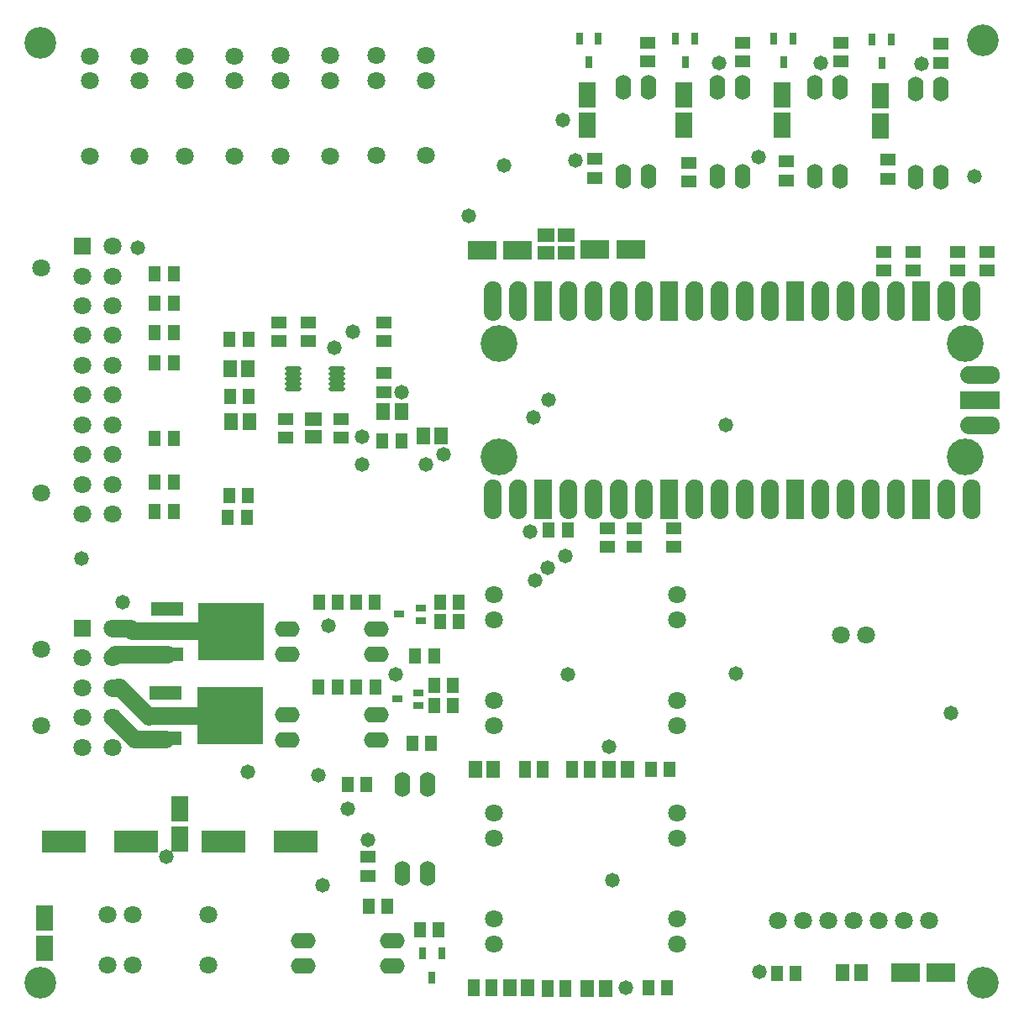
<source format=gbr>
G04*
G04 #@! TF.GenerationSoftware,Altium Limited,Altium Designer,23.4.1 (23)*
G04*
G04 Layer_Color=8388736*
%FSLAX44Y44*%
%MOMM*%
G71*
G04*
G04 #@! TF.SameCoordinates,D0D66092-9503-49CE-A8E5-9A8E55B049E1*
G04*
G04*
G04 #@! TF.FilePolarity,Negative*
G04*
G01*
G75*
%ADD30C,1.8000*%
%ADD31R,1.7532X2.6032*%
%ADD32R,2.8532X1.8532*%
%ADD33R,1.3532X1.6532*%
%ADD34R,1.6532X1.3532*%
%ADD35R,4.4032X2.3032*%
%ADD36R,1.3032X1.6532*%
%ADD37O,1.6032X2.5032*%
%ADD38O,2.5032X1.6032*%
%ADD39O,1.6532X0.5032*%
%ADD40R,0.8032X1.2032*%
%ADD41R,1.0032X0.7532*%
%ADD42R,1.6032X1.1532*%
%ADD43R,1.1532X1.6032*%
%ADD44R,3.2032X1.4532*%
%ADD45R,6.6032X5.7532*%
%ADD46C,1.8032*%
%ADD47R,1.8032X1.8032*%
%ADD48C,3.7032*%
%ADD49C,1.4732*%
%ADD50C,3.2032*%
G36*
X964457Y732410D02*
X965497Y732273D01*
X965628Y732247D01*
X966640Y731975D01*
X966767Y731932D01*
X967736Y731531D01*
X967855Y731472D01*
X967855Y731472D01*
X968763Y730948D01*
X968874Y730874D01*
X969706Y730235D01*
X969806Y730148D01*
X970547Y729406D01*
X970635Y729306D01*
X971274Y728474D01*
X971348Y728363D01*
X971872Y727455D01*
X971931Y727336D01*
X972332Y726367D01*
X972375Y726241D01*
X972646Y725228D01*
X972646Y725228D01*
X972673Y725097D01*
X972809Y724057D01*
X972818Y723924D01*
Y723924D01*
Y723924D01*
Y723400D01*
X972818Y701400D01*
Y700876D01*
X972809Y700743D01*
X972673Y699703D01*
Y699703D01*
X972646Y699573D01*
X972375Y698559D01*
X972332Y698433D01*
X971931Y697465D01*
X971872Y697345D01*
X971348Y696437D01*
X971274Y696326D01*
X971274Y696326D01*
X970635Y695494D01*
X970547Y695394D01*
X969806Y694652D01*
X969706Y694565D01*
X968874Y693926D01*
X968763Y693852D01*
X967855Y693328D01*
X967736Y693269D01*
X966767Y692868D01*
X966640Y692825D01*
X966640Y692825D01*
X965628Y692553D01*
X965628Y692553D01*
X965497Y692527D01*
X964457Y692391D01*
X964457Y692391D01*
X964324Y692382D01*
X963800Y692382D01*
X963276Y692382D01*
X963276D01*
X963276D01*
X963143Y692391D01*
X962103Y692527D01*
X961972Y692553D01*
X960959Y692825D01*
X960833Y692868D01*
X959865Y693269D01*
X959745Y693328D01*
X959745Y693328D01*
X958837Y693852D01*
X958726Y693926D01*
X957894Y694565D01*
X957794Y694652D01*
X957052Y695394D01*
X956965Y695494D01*
X956326Y696326D01*
X956252Y696437D01*
X955728Y697345D01*
X955669Y697465D01*
X955268Y698433D01*
X955225Y698559D01*
X954953Y699572D01*
X954953Y699572D01*
X954927Y699703D01*
X954790Y700743D01*
X954782Y700876D01*
Y700876D01*
Y700876D01*
Y701400D01*
Y723400D01*
Y723924D01*
D01*
Y723924D01*
X954790Y724057D01*
X954927Y725097D01*
X954953Y725228D01*
X955225Y726241D01*
X955268Y726367D01*
X955669Y727336D01*
X955728Y727455D01*
X955728Y727455D01*
X956252Y728363D01*
X956326Y728474D01*
X956965Y729306D01*
X957052Y729406D01*
X957794Y730148D01*
X957894Y730235D01*
X958726Y730874D01*
X958837Y730948D01*
X959745Y731472D01*
X959864Y731531D01*
X960833Y731932D01*
X960959Y731975D01*
X961972Y732247D01*
X961972Y732247D01*
X962103Y732273D01*
X963143Y732410D01*
X963276Y732418D01*
X963276D01*
X963276D01*
X964324D01*
X964324D01*
D01*
X964457Y732410D01*
D02*
G37*
G36*
X939057D02*
X940097Y732273D01*
X940228Y732247D01*
X941240Y731975D01*
X941367Y731932D01*
X942336Y731531D01*
X942455Y731472D01*
X942455Y731472D01*
X943363Y730948D01*
X943474Y730874D01*
X944306Y730235D01*
X944406Y730148D01*
X945147Y729406D01*
X945235Y729306D01*
X945874Y728474D01*
X945948Y728363D01*
X946472Y727455D01*
X946531Y727336D01*
X946932Y726367D01*
X946975Y726241D01*
X947246Y725228D01*
X947246Y725228D01*
X947272Y725097D01*
X947409Y724057D01*
X947418Y723924D01*
Y723924D01*
Y723924D01*
Y723400D01*
X947418Y701400D01*
Y700876D01*
X947409Y700743D01*
X947272Y699703D01*
Y699703D01*
X947246Y699573D01*
X946975Y698559D01*
X946932Y698433D01*
X946531Y697465D01*
X946472Y697345D01*
X945948Y696437D01*
X945874Y696326D01*
X945874Y696326D01*
X945235Y695494D01*
X945147Y695394D01*
X944406Y694652D01*
X944306Y694565D01*
X943474Y693926D01*
X943363Y693852D01*
X942455Y693328D01*
X942336Y693269D01*
X941367Y692868D01*
X941240Y692825D01*
X941240Y692825D01*
X940228Y692553D01*
X940228Y692553D01*
X940097Y692527D01*
X939057Y692391D01*
X939057Y692391D01*
X938924Y692382D01*
X938400Y692382D01*
X937876Y692382D01*
X937876D01*
X937876D01*
X937743Y692391D01*
X936703Y692527D01*
X936572Y692553D01*
X935559Y692825D01*
X935433Y692868D01*
X934464Y693269D01*
X934345Y693328D01*
X934345Y693328D01*
X933437Y693852D01*
X933326Y693926D01*
X932494Y694565D01*
X932394Y694652D01*
X931652Y695394D01*
X931565Y695494D01*
X930926Y696326D01*
X930852Y696437D01*
X930328Y697345D01*
X930269Y697465D01*
X929868Y698433D01*
X929825Y698559D01*
X929553Y699572D01*
X929553Y699572D01*
X929527Y699703D01*
X929390Y700743D01*
X929382Y700876D01*
Y700876D01*
Y700876D01*
Y701400D01*
Y723400D01*
Y723924D01*
D01*
Y723924D01*
X929390Y724057D01*
X929527Y725097D01*
X929553Y725228D01*
X929825Y726241D01*
X929868Y726367D01*
X930269Y727336D01*
X930328Y727455D01*
X930328Y727455D01*
X930852Y728363D01*
X930926Y728474D01*
X931565Y729306D01*
X931652Y729406D01*
X932394Y730148D01*
X932494Y730235D01*
X933326Y730874D01*
X933437Y730948D01*
X934345Y731472D01*
X934464Y731531D01*
X935433Y731932D01*
X935559Y731975D01*
X936572Y732247D01*
X936572Y732247D01*
X936703Y732273D01*
X937743Y732410D01*
X937876Y732418D01*
X937876D01*
X937876D01*
X938924D01*
X938924D01*
D01*
X939057Y732410D01*
D02*
G37*
G36*
X888257D02*
X889297Y732273D01*
X889427Y732247D01*
X890441Y731975D01*
X890567Y731932D01*
X891535Y731531D01*
X891655Y731472D01*
X891655Y731472D01*
X892563Y730948D01*
X892674Y730874D01*
X893506Y730235D01*
X893606Y730148D01*
X894348Y729406D01*
X894435Y729306D01*
X895074Y728474D01*
X895148Y728363D01*
X895672Y727455D01*
X895731Y727336D01*
X896132Y726367D01*
X896175Y726241D01*
X896447Y725228D01*
X896447Y725228D01*
X896472Y725097D01*
X896609Y724057D01*
X896618Y723924D01*
Y723924D01*
Y723924D01*
Y723400D01*
X896618Y701400D01*
Y700876D01*
X896609Y700743D01*
X896472Y699703D01*
Y699703D01*
X896447Y699573D01*
X896175Y698559D01*
X896132Y698433D01*
X895731Y697465D01*
X895672Y697345D01*
X895148Y696437D01*
X895074Y696326D01*
X895074Y696326D01*
X894435Y695494D01*
X894348Y695394D01*
X893606Y694652D01*
X893506Y694565D01*
X892674Y693926D01*
X892563Y693852D01*
X891655Y693328D01*
X891535Y693269D01*
X890567Y692868D01*
X890441Y692825D01*
X890440Y692825D01*
X889428Y692553D01*
X889427Y692553D01*
X889297Y692527D01*
X888257Y692391D01*
X888257Y692391D01*
X888124Y692382D01*
X887600Y692382D01*
X887076Y692382D01*
X887076D01*
X887076D01*
X886943Y692391D01*
X885903Y692527D01*
X885772Y692553D01*
X884759Y692825D01*
X884633Y692868D01*
X883664Y693269D01*
X883545Y693328D01*
X883545Y693328D01*
X882637Y693852D01*
X882526Y693926D01*
X881694Y694565D01*
X881594Y694652D01*
X880852Y695394D01*
X880765Y695494D01*
X880126Y696326D01*
X880052Y696437D01*
X879528Y697345D01*
X879469Y697465D01*
X879068Y698433D01*
X879025Y698559D01*
X878753Y699572D01*
X878753Y699572D01*
X878727Y699703D01*
X878590Y700743D01*
X878582Y700876D01*
Y700876D01*
Y700876D01*
Y701400D01*
Y723400D01*
Y723924D01*
D01*
Y723924D01*
X878590Y724057D01*
X878727Y725097D01*
X878753Y725228D01*
X879025Y726241D01*
X879068Y726367D01*
X879469Y727336D01*
X879528Y727455D01*
X879528Y727455D01*
X880052Y728363D01*
X880126Y728474D01*
X880765Y729306D01*
X880852Y729406D01*
X881594Y730148D01*
X881694Y730235D01*
X882526Y730874D01*
X882637Y730948D01*
X883545Y731472D01*
X883664Y731531D01*
X884633Y731932D01*
X884759Y731975D01*
X885772Y732247D01*
X885772Y732247D01*
X885903Y732273D01*
X886943Y732410D01*
X887076Y732418D01*
X887076D01*
X887076D01*
X888124D01*
X888124D01*
D01*
X888257Y732410D01*
D02*
G37*
G36*
X862857D02*
X863897Y732273D01*
X864027Y732247D01*
X865041Y731975D01*
X865167Y731932D01*
X866135Y731531D01*
X866255Y731472D01*
X866255Y731472D01*
X867163Y730948D01*
X867274Y730874D01*
X868106Y730235D01*
X868206Y730148D01*
X868948Y729406D01*
X869035Y729306D01*
X869674Y728474D01*
X869748Y728363D01*
X870272Y727455D01*
X870331Y727336D01*
X870732Y726367D01*
X870775Y726241D01*
X871047Y725228D01*
X871047Y725228D01*
X871072Y725097D01*
X871209Y724057D01*
X871218Y723924D01*
Y723924D01*
Y723924D01*
Y723400D01*
X871218Y701400D01*
Y700876D01*
X871209Y700743D01*
X871072Y699703D01*
Y699703D01*
X871047Y699573D01*
X870775Y698559D01*
X870732Y698433D01*
X870331Y697465D01*
X870272Y697345D01*
X869748Y696437D01*
X869674Y696326D01*
X869674Y696326D01*
X869035Y695494D01*
X868948Y695394D01*
X868206Y694652D01*
X868106Y694565D01*
X867274Y693926D01*
X867163Y693852D01*
X866255Y693328D01*
X866135Y693269D01*
X865167Y692868D01*
X865041Y692825D01*
X865040Y692825D01*
X864028Y692553D01*
X864027Y692553D01*
X863897Y692527D01*
X862857Y692391D01*
X862857Y692391D01*
X862724Y692382D01*
X862200Y692382D01*
X861676Y692382D01*
X861676D01*
X861676D01*
X861543Y692391D01*
X860503Y692527D01*
X860372Y692553D01*
X859359Y692825D01*
X859233Y692868D01*
X858264Y693269D01*
X858145Y693328D01*
X858145Y693328D01*
X857237Y693852D01*
X857126Y693926D01*
X856294Y694565D01*
X856194Y694652D01*
X855452Y695394D01*
X855365Y695494D01*
X854726Y696326D01*
X854652Y696437D01*
X854128Y697345D01*
X854069Y697465D01*
X853668Y698433D01*
X853625Y698559D01*
X853353Y699572D01*
X853353Y699572D01*
X853327Y699703D01*
X853191Y700743D01*
X853182Y700876D01*
Y700876D01*
Y700876D01*
Y701400D01*
Y723400D01*
Y723924D01*
D01*
Y723924D01*
X853191Y724057D01*
X853327Y725097D01*
X853353Y725228D01*
X853625Y726241D01*
X853668Y726367D01*
X854069Y727336D01*
X854128Y727455D01*
X854128Y727455D01*
X854652Y728363D01*
X854726Y728474D01*
X855365Y729306D01*
X855452Y729406D01*
X856194Y730148D01*
X856294Y730235D01*
X857126Y730874D01*
X857237Y730948D01*
X858145Y731472D01*
X858264Y731531D01*
X859233Y731932D01*
X859359Y731975D01*
X860372Y732247D01*
X860372Y732247D01*
X860503Y732273D01*
X861543Y732410D01*
X861676Y732418D01*
X861676D01*
X861676D01*
X862724D01*
X862724D01*
D01*
X862857Y732410D01*
D02*
G37*
G36*
X837457D02*
X838497Y732273D01*
X838627Y732247D01*
X839641Y731975D01*
X839767Y731932D01*
X840735Y731531D01*
X840855Y731472D01*
X840855Y731472D01*
X841763Y730948D01*
X841874Y730874D01*
X842706Y730235D01*
X842806Y730148D01*
X843548Y729406D01*
X843635Y729306D01*
X844274Y728474D01*
X844348Y728363D01*
X844872Y727455D01*
X844931Y727336D01*
X845332Y726367D01*
X845375Y726241D01*
X845647Y725228D01*
X845647Y725228D01*
X845673Y725097D01*
X845809Y724057D01*
X845818Y723924D01*
Y723924D01*
Y723924D01*
Y723400D01*
X845818Y701400D01*
Y700876D01*
X845809Y700743D01*
X845673Y699703D01*
Y699703D01*
X845647Y699573D01*
X845375Y698559D01*
X845332Y698433D01*
X844931Y697465D01*
X844872Y697345D01*
X844348Y696437D01*
X844274Y696326D01*
X844274Y696326D01*
X843635Y695494D01*
X843548Y695394D01*
X842806Y694652D01*
X842706Y694565D01*
X841874Y693926D01*
X841763Y693852D01*
X840855Y693328D01*
X840735Y693269D01*
X839767Y692868D01*
X839641Y692825D01*
X839640Y692825D01*
X838628Y692553D01*
X838627Y692553D01*
X838497Y692527D01*
X837457Y692391D01*
X837457Y692391D01*
X837324Y692382D01*
X836800Y692382D01*
X836276Y692382D01*
X836276D01*
X836276D01*
X836143Y692391D01*
X835103Y692527D01*
X834972Y692553D01*
X833959Y692825D01*
X833833Y692868D01*
X832865Y693269D01*
X832745Y693328D01*
X832745Y693328D01*
X831837Y693852D01*
X831726Y693926D01*
X830894Y694565D01*
X830794Y694652D01*
X830052Y695394D01*
X829965Y695494D01*
X829326Y696326D01*
X829252Y696437D01*
X828728Y697345D01*
X828669Y697465D01*
X828268Y698433D01*
X828225Y698559D01*
X827953Y699572D01*
X827953Y699572D01*
X827927Y699703D01*
X827791Y700743D01*
X827782Y700876D01*
Y700876D01*
Y700876D01*
Y701400D01*
Y723400D01*
Y723924D01*
D01*
Y723924D01*
X827791Y724057D01*
X827927Y725097D01*
X827953Y725228D01*
X828225Y726241D01*
X828268Y726367D01*
X828669Y727336D01*
X828728Y727455D01*
X828728Y727455D01*
X829252Y728363D01*
X829326Y728474D01*
X829965Y729306D01*
X830052Y729406D01*
X830794Y730148D01*
X830894Y730235D01*
X831726Y730874D01*
X831837Y730948D01*
X832745Y731472D01*
X832864Y731531D01*
X833833Y731932D01*
X833959Y731975D01*
X834972Y732247D01*
X834972Y732247D01*
X835103Y732273D01*
X836143Y732410D01*
X836276Y732418D01*
X836276D01*
X836276D01*
X837324D01*
X837324D01*
D01*
X837457Y732410D01*
D02*
G37*
G36*
X812057D02*
X813097Y732273D01*
X813227Y732247D01*
X814240Y731975D01*
X814367Y731932D01*
X815335Y731531D01*
X815455Y731472D01*
X815455Y731472D01*
X816363Y730948D01*
X816474Y730874D01*
X817306Y730235D01*
X817406Y730148D01*
X818148Y729406D01*
X818235Y729306D01*
X818874Y728474D01*
X818948Y728363D01*
X819472Y727455D01*
X819531Y727336D01*
X819932Y726367D01*
X819975Y726241D01*
X820247Y725228D01*
X820247Y725228D01*
X820273Y725097D01*
X820409Y724057D01*
X820418Y723924D01*
Y723924D01*
Y723924D01*
Y723400D01*
X820418Y701400D01*
Y700876D01*
X820409Y700743D01*
X820273Y699703D01*
Y699703D01*
X820247Y699573D01*
X819975Y698559D01*
X819932Y698433D01*
X819531Y697465D01*
X819472Y697345D01*
X818948Y696437D01*
X818874Y696326D01*
X818874Y696326D01*
X818235Y695494D01*
X818148Y695394D01*
X817406Y694652D01*
X817306Y694565D01*
X816474Y693926D01*
X816363Y693852D01*
X815455Y693328D01*
X815335Y693269D01*
X814367Y692868D01*
X814240Y692825D01*
X814240Y692825D01*
X813228Y692553D01*
X813227Y692553D01*
X813097Y692527D01*
X812057Y692391D01*
X812057Y692391D01*
X811924Y692382D01*
X811400Y692382D01*
X810876Y692382D01*
X810876D01*
X810876D01*
X810743Y692391D01*
X809703Y692527D01*
X809572Y692553D01*
X808559Y692825D01*
X808433Y692868D01*
X807465Y693269D01*
X807345Y693328D01*
X807345Y693328D01*
X806437Y693852D01*
X806326Y693926D01*
X805494Y694565D01*
X805394Y694652D01*
X804652Y695394D01*
X804565Y695494D01*
X803926Y696326D01*
X803852Y696437D01*
X803328Y697345D01*
X803269Y697465D01*
X802868Y698433D01*
X802825Y698559D01*
X802553Y699572D01*
X802553Y699572D01*
X802527Y699703D01*
X802391Y700743D01*
X802382Y700876D01*
Y700876D01*
Y700876D01*
Y701400D01*
Y723400D01*
Y723924D01*
D01*
Y723924D01*
X802391Y724057D01*
X802527Y725097D01*
X802553Y725228D01*
X802825Y726241D01*
X802868Y726367D01*
X803269Y727336D01*
X803328Y727455D01*
X803328Y727455D01*
X803852Y728363D01*
X803926Y728474D01*
X804565Y729306D01*
X804652Y729406D01*
X805394Y730148D01*
X805494Y730235D01*
X806326Y730874D01*
X806437Y730948D01*
X807345Y731472D01*
X807464Y731531D01*
X808433Y731932D01*
X808559Y731975D01*
X809572Y732247D01*
X809572Y732247D01*
X809703Y732273D01*
X810743Y732410D01*
X810876Y732418D01*
X810876D01*
X810876D01*
X811924D01*
X811924D01*
D01*
X812057Y732410D01*
D02*
G37*
G36*
X761257D02*
X762297Y732273D01*
X762428Y732247D01*
X763440Y731975D01*
X763567Y731932D01*
X764536Y731531D01*
X764655Y731472D01*
X764655Y731472D01*
X765563Y730948D01*
X765674Y730874D01*
X766506Y730235D01*
X766606Y730148D01*
X767347Y729406D01*
X767435Y729306D01*
X768074Y728474D01*
X768148Y728363D01*
X768672Y727455D01*
X768731Y727336D01*
X769132Y726367D01*
X769175Y726241D01*
X769446Y725228D01*
X769446Y725228D01*
X769473Y725097D01*
X769609Y724057D01*
X769618Y723924D01*
Y723924D01*
Y723924D01*
Y723400D01*
X769618Y701400D01*
Y700876D01*
X769609Y700743D01*
X769473Y699703D01*
Y699703D01*
X769446Y699573D01*
X769175Y698559D01*
X769132Y698433D01*
X768731Y697465D01*
X768672Y697345D01*
X768148Y696437D01*
X768074Y696326D01*
X768074Y696326D01*
X767435Y695494D01*
X767347Y695394D01*
X766606Y694652D01*
X766506Y694565D01*
X765674Y693926D01*
X765563Y693852D01*
X764655Y693328D01*
X764536Y693269D01*
X763567Y692868D01*
X763440Y692825D01*
X763440Y692825D01*
X762428Y692553D01*
X762428Y692553D01*
X762297Y692527D01*
X761257Y692391D01*
X761257Y692391D01*
X761124Y692382D01*
X760600Y692382D01*
X760076Y692382D01*
X760076D01*
X760076D01*
X759943Y692391D01*
X758903Y692527D01*
X758772Y692553D01*
X757759Y692825D01*
X757633Y692868D01*
X756665Y693269D01*
X756545Y693328D01*
X756545Y693328D01*
X755637Y693852D01*
X755526Y693926D01*
X754694Y694565D01*
X754594Y694652D01*
X753852Y695394D01*
X753765Y695494D01*
X753126Y696326D01*
X753052Y696437D01*
X752528Y697345D01*
X752469Y697465D01*
X752068Y698433D01*
X752025Y698559D01*
X751753Y699572D01*
X751753Y699572D01*
X751727Y699703D01*
X751590Y700743D01*
X751582Y700876D01*
Y700876D01*
Y700876D01*
Y701400D01*
Y723400D01*
Y723924D01*
D01*
Y723924D01*
X751590Y724057D01*
X751727Y725097D01*
X751753Y725228D01*
X752025Y726241D01*
X752068Y726367D01*
X752469Y727336D01*
X752528Y727455D01*
X752528Y727455D01*
X753052Y728363D01*
X753126Y728474D01*
X753765Y729306D01*
X753852Y729406D01*
X754594Y730148D01*
X754694Y730235D01*
X755526Y730874D01*
X755637Y730948D01*
X756545Y731472D01*
X756664Y731531D01*
X757633Y731932D01*
X757759Y731975D01*
X758772Y732247D01*
X758772Y732247D01*
X758903Y732273D01*
X759943Y732410D01*
X760076Y732418D01*
X760076D01*
X760076D01*
X761124D01*
X761124D01*
D01*
X761257Y732410D01*
D02*
G37*
G36*
X735857D02*
X736897Y732273D01*
X737028Y732247D01*
X738040Y731975D01*
X738167Y731932D01*
X739136Y731531D01*
X739255Y731472D01*
X739255Y731472D01*
X740163Y730948D01*
X740274Y730874D01*
X741106Y730235D01*
X741206Y730148D01*
X741947Y729406D01*
X742035Y729306D01*
X742674Y728474D01*
X742748Y728363D01*
X743272Y727455D01*
X743331Y727336D01*
X743732Y726367D01*
X743775Y726241D01*
X744046Y725228D01*
X744046Y725228D01*
X744072Y725097D01*
X744209Y724057D01*
X744218Y723924D01*
Y723924D01*
Y723924D01*
Y723400D01*
X744218Y701400D01*
Y700876D01*
X744209Y700743D01*
X744072Y699703D01*
Y699703D01*
X744046Y699573D01*
X743775Y698559D01*
X743732Y698433D01*
X743331Y697465D01*
X743272Y697345D01*
X742748Y696437D01*
X742674Y696326D01*
X742674Y696326D01*
X742035Y695494D01*
X741947Y695394D01*
X741206Y694652D01*
X741106Y694565D01*
X740274Y693926D01*
X740163Y693852D01*
X739255Y693328D01*
X739136Y693269D01*
X738167Y692868D01*
X738040Y692825D01*
X738040Y692825D01*
X737028Y692553D01*
X737028Y692553D01*
X736897Y692527D01*
X735857Y692391D01*
X735857Y692391D01*
X735724Y692382D01*
X735200Y692382D01*
X734676Y692382D01*
X734676D01*
X734676D01*
X734543Y692391D01*
X733503Y692527D01*
X733372Y692553D01*
X732359Y692825D01*
X732233Y692868D01*
X731264Y693269D01*
X731145Y693328D01*
X731145Y693328D01*
X730237Y693852D01*
X730126Y693926D01*
X729294Y694565D01*
X729194Y694652D01*
X728452Y695394D01*
X728365Y695494D01*
X727726Y696326D01*
X727652Y696437D01*
X727128Y697345D01*
X727069Y697465D01*
X726668Y698433D01*
X726625Y698559D01*
X726353Y699572D01*
X726353Y699572D01*
X726327Y699703D01*
X726190Y700743D01*
X726182Y700876D01*
Y700876D01*
Y700876D01*
Y701400D01*
Y723400D01*
Y723924D01*
D01*
Y723924D01*
X726190Y724057D01*
X726327Y725097D01*
X726353Y725228D01*
X726625Y726241D01*
X726668Y726367D01*
X727069Y727336D01*
X727128Y727455D01*
X727128Y727455D01*
X727652Y728363D01*
X727726Y728474D01*
X728365Y729306D01*
X728452Y729406D01*
X729194Y730148D01*
X729294Y730235D01*
X730126Y730874D01*
X730237Y730948D01*
X731145Y731472D01*
X731264Y731531D01*
X732233Y731932D01*
X732359Y731975D01*
X733372Y732247D01*
X733372Y732247D01*
X733503Y732273D01*
X734543Y732410D01*
X734676Y732418D01*
X734676D01*
X734676D01*
X735724D01*
X735724D01*
D01*
X735857Y732410D01*
D02*
G37*
G36*
X710457D02*
X711497Y732273D01*
X711628Y732247D01*
X712641Y731975D01*
X712767Y731932D01*
X713736Y731531D01*
X713855Y731472D01*
X713855Y731472D01*
X714763Y730948D01*
X714874Y730874D01*
X715706Y730235D01*
X715806Y730148D01*
X716547Y729406D01*
X716635Y729306D01*
X717274Y728474D01*
X717348Y728363D01*
X717872Y727455D01*
X717931Y727336D01*
X718332Y726367D01*
X718375Y726241D01*
X718646Y725228D01*
X718646Y725228D01*
X718672Y725097D01*
X718809Y724057D01*
X718818Y723924D01*
Y723924D01*
Y723924D01*
Y723400D01*
X718818Y701400D01*
Y700876D01*
X718809Y700743D01*
X718672Y699703D01*
Y699703D01*
X718646Y699573D01*
X718375Y698559D01*
X718332Y698433D01*
X717931Y697465D01*
X717872Y697345D01*
X717348Y696437D01*
X717274Y696326D01*
X717274Y696326D01*
X716635Y695494D01*
X716547Y695394D01*
X715806Y694652D01*
X715706Y694565D01*
X714874Y693926D01*
X714763Y693852D01*
X713855Y693328D01*
X713736Y693269D01*
X712767Y692868D01*
X712641Y692825D01*
X712640Y692825D01*
X711628Y692553D01*
X711628Y692553D01*
X711497Y692527D01*
X710457Y692391D01*
X710457Y692391D01*
X710324Y692382D01*
X709800Y692382D01*
X709276Y692382D01*
X709276D01*
X709276D01*
X709143Y692391D01*
X708103Y692527D01*
X707972Y692553D01*
X706959Y692825D01*
X706833Y692868D01*
X705864Y693269D01*
X705745Y693328D01*
X705745Y693328D01*
X704837Y693852D01*
X704726Y693926D01*
X703894Y694565D01*
X703794Y694652D01*
X703052Y695394D01*
X702965Y695494D01*
X702326Y696326D01*
X702252Y696437D01*
X701728Y697345D01*
X701669Y697465D01*
X701268Y698433D01*
X701225Y698559D01*
X700953Y699572D01*
X700953Y699572D01*
X700927Y699703D01*
X700790Y700743D01*
X700782Y700876D01*
Y700876D01*
Y700876D01*
Y701400D01*
Y723400D01*
Y723924D01*
D01*
Y723924D01*
X700790Y724057D01*
X700927Y725097D01*
X700953Y725228D01*
X701225Y726241D01*
X701268Y726367D01*
X701669Y727336D01*
X701728Y727455D01*
X701728Y727455D01*
X702252Y728363D01*
X702326Y728474D01*
X702965Y729306D01*
X703052Y729406D01*
X703794Y730148D01*
X703894Y730235D01*
X704726Y730874D01*
X704837Y730948D01*
X705745Y731472D01*
X705864Y731531D01*
X706833Y731932D01*
X706959Y731975D01*
X707972Y732247D01*
X707972Y732247D01*
X708103Y732273D01*
X709143Y732410D01*
X709276Y732418D01*
X709276D01*
X709276D01*
X710324D01*
X710324D01*
D01*
X710457Y732410D01*
D02*
G37*
G36*
X685057D02*
X686097Y732273D01*
X686227Y732247D01*
X687241Y731975D01*
X687367Y731932D01*
X688335Y731531D01*
X688455Y731472D01*
X688455Y731472D01*
X689363Y730948D01*
X689474Y730874D01*
X690306Y730235D01*
X690406Y730148D01*
X691148Y729406D01*
X691235Y729306D01*
X691874Y728474D01*
X691948Y728363D01*
X692472Y727455D01*
X692531Y727336D01*
X692932Y726367D01*
X692975Y726241D01*
X693247Y725228D01*
X693247Y725228D01*
X693272Y725097D01*
X693409Y724057D01*
X693418Y723924D01*
Y723924D01*
Y723924D01*
Y723400D01*
X693418Y701400D01*
Y700876D01*
X693409Y700743D01*
X693272Y699703D01*
Y699703D01*
X693247Y699573D01*
X692975Y698559D01*
X692932Y698433D01*
X692531Y697465D01*
X692472Y697345D01*
X691948Y696437D01*
X691874Y696326D01*
X691874Y696326D01*
X691235Y695494D01*
X691148Y695394D01*
X690406Y694652D01*
X690306Y694565D01*
X689474Y693926D01*
X689363Y693852D01*
X688455Y693328D01*
X688335Y693269D01*
X687367Y692868D01*
X687241Y692825D01*
X687240Y692825D01*
X686228Y692553D01*
X686227Y692553D01*
X686097Y692527D01*
X685057Y692391D01*
X685057Y692391D01*
X684924Y692382D01*
X684400Y692382D01*
X683876Y692382D01*
X683876D01*
X683876D01*
X683743Y692391D01*
X682703Y692527D01*
X682572Y692553D01*
X681559Y692825D01*
X681433Y692868D01*
X680464Y693269D01*
X680345Y693328D01*
X680345Y693328D01*
X679437Y693852D01*
X679326Y693926D01*
X678494Y694565D01*
X678394Y694652D01*
X677652Y695394D01*
X677565Y695494D01*
X676926Y696326D01*
X676852Y696437D01*
X676328Y697345D01*
X676269Y697465D01*
X675868Y698433D01*
X675825Y698559D01*
X675553Y699572D01*
X675553Y699572D01*
X675527Y699703D01*
X675390Y700743D01*
X675382Y700876D01*
Y700876D01*
Y700876D01*
Y701400D01*
Y723400D01*
Y723924D01*
D01*
Y723924D01*
X675390Y724057D01*
X675527Y725097D01*
X675553Y725228D01*
X675825Y726241D01*
X675868Y726367D01*
X676269Y727336D01*
X676328Y727455D01*
X676328Y727455D01*
X676852Y728363D01*
X676926Y728474D01*
X677565Y729306D01*
X677652Y729406D01*
X678394Y730148D01*
X678494Y730235D01*
X679326Y730874D01*
X679437Y730948D01*
X680345Y731472D01*
X680464Y731531D01*
X681433Y731932D01*
X681559Y731975D01*
X682572Y732247D01*
X682572Y732247D01*
X682703Y732273D01*
X683743Y732410D01*
X683876Y732418D01*
X683876D01*
X683876D01*
X684924D01*
X684924D01*
D01*
X685057Y732410D01*
D02*
G37*
G36*
X634257D02*
X635297Y732273D01*
X635428Y732247D01*
X636441Y731975D01*
X636567Y731932D01*
X637536Y731531D01*
X637655Y731472D01*
X637655Y731472D01*
X638563Y730948D01*
X638674Y730874D01*
X639506Y730235D01*
X639606Y730148D01*
X640348Y729406D01*
X640435Y729306D01*
X641074Y728474D01*
X641148Y728363D01*
X641672Y727455D01*
X641731Y727336D01*
X642132Y726367D01*
X642175Y726241D01*
X642447Y725228D01*
X642447Y725228D01*
X642473Y725097D01*
X642609Y724057D01*
X642618Y723924D01*
Y723924D01*
Y723924D01*
Y723400D01*
X642618Y701400D01*
Y700876D01*
X642609Y700743D01*
X642473Y699703D01*
Y699703D01*
X642447Y699573D01*
X642175Y698559D01*
X642132Y698433D01*
X641731Y697465D01*
X641672Y697345D01*
X641148Y696437D01*
X641074Y696326D01*
X641074Y696326D01*
X640435Y695494D01*
X640348Y695394D01*
X639606Y694652D01*
X639506Y694565D01*
X638674Y693926D01*
X638563Y693852D01*
X637655Y693328D01*
X637536Y693269D01*
X636567Y692868D01*
X636441Y692825D01*
X636440Y692825D01*
X635428Y692553D01*
X635428Y692553D01*
X635297Y692527D01*
X634257Y692391D01*
X634257Y692391D01*
X634124Y692382D01*
X633600Y692382D01*
X633076Y692382D01*
X633076D01*
X633076D01*
X632943Y692391D01*
X631903Y692527D01*
X631772Y692553D01*
X630759Y692825D01*
X630633Y692868D01*
X629664Y693269D01*
X629545Y693328D01*
X629545Y693328D01*
X628637Y693852D01*
X628526Y693926D01*
X627694Y694565D01*
X627594Y694652D01*
X626852Y695394D01*
X626765Y695494D01*
X626126Y696326D01*
X626052Y696437D01*
X625528Y697345D01*
X625469Y697465D01*
X625068Y698433D01*
X625025Y698559D01*
X624753Y699572D01*
X624753Y699572D01*
X624727Y699703D01*
X624590Y700743D01*
X624582Y700876D01*
Y700876D01*
Y700876D01*
Y701400D01*
Y723400D01*
Y723924D01*
D01*
Y723924D01*
X624590Y724057D01*
X624727Y725097D01*
X624753Y725228D01*
X625025Y726241D01*
X625068Y726367D01*
X625469Y727336D01*
X625528Y727455D01*
X625528Y727455D01*
X626052Y728363D01*
X626126Y728474D01*
X626765Y729306D01*
X626852Y729406D01*
X627594Y730148D01*
X627694Y730235D01*
X628526Y730874D01*
X628637Y730948D01*
X629545Y731472D01*
X629664Y731531D01*
X630633Y731932D01*
X630759Y731975D01*
X631772Y732247D01*
X631772Y732247D01*
X631903Y732273D01*
X632943Y732410D01*
X633076Y732418D01*
X633076D01*
X633076D01*
X634124D01*
X634124D01*
D01*
X634257Y732410D01*
D02*
G37*
G36*
X608857D02*
X609897Y732273D01*
X610028Y732247D01*
X611040Y731975D01*
X611167Y731932D01*
X612136Y731531D01*
X612255Y731472D01*
X612255Y731472D01*
X613163Y730948D01*
X613274Y730874D01*
X614106Y730235D01*
X614206Y730148D01*
X614948Y729406D01*
X615035Y729306D01*
X615674Y728474D01*
X615748Y728363D01*
X616272Y727455D01*
X616331Y727336D01*
X616732Y726367D01*
X616775Y726241D01*
X617047Y725228D01*
X617047Y725228D01*
X617072Y725097D01*
X617209Y724057D01*
X617218Y723924D01*
Y723924D01*
Y723924D01*
Y723400D01*
X617218Y701400D01*
Y700876D01*
X617209Y700743D01*
X617072Y699703D01*
Y699703D01*
X617047Y699573D01*
X616775Y698559D01*
X616732Y698433D01*
X616331Y697465D01*
X616272Y697345D01*
X615748Y696437D01*
X615674Y696326D01*
X615674Y696326D01*
X615035Y695494D01*
X614948Y695394D01*
X614206Y694652D01*
X614106Y694565D01*
X613274Y693926D01*
X613163Y693852D01*
X612255Y693328D01*
X612136Y693269D01*
X611167Y692868D01*
X611040Y692825D01*
X611040Y692825D01*
X610028Y692553D01*
X610028Y692553D01*
X609897Y692527D01*
X608857Y692391D01*
X608857Y692391D01*
X608724Y692382D01*
X608200Y692382D01*
X607676Y692382D01*
X607676D01*
X607676D01*
X607543Y692391D01*
X606503Y692527D01*
X606372Y692553D01*
X605359Y692825D01*
X605233Y692868D01*
X604264Y693269D01*
X604145Y693328D01*
X604145Y693328D01*
X603237Y693852D01*
X603126Y693926D01*
X602294Y694565D01*
X602194Y694652D01*
X601452Y695394D01*
X601365Y695494D01*
X600726Y696326D01*
X600652Y696437D01*
X600128Y697345D01*
X600069Y697465D01*
X599668Y698433D01*
X599625Y698559D01*
X599353Y699572D01*
X599353Y699572D01*
X599327Y699703D01*
X599190Y700743D01*
X599182Y700876D01*
Y700876D01*
Y700876D01*
Y701400D01*
Y723400D01*
Y723924D01*
D01*
Y723924D01*
X599190Y724057D01*
X599327Y725097D01*
X599353Y725228D01*
X599625Y726241D01*
X599668Y726367D01*
X600069Y727336D01*
X600128Y727455D01*
X600128Y727455D01*
X600652Y728363D01*
X600726Y728474D01*
X601365Y729306D01*
X601452Y729406D01*
X602194Y730148D01*
X602294Y730235D01*
X603126Y730874D01*
X603237Y730948D01*
X604145Y731472D01*
X604264Y731531D01*
X605233Y731932D01*
X605359Y731975D01*
X606372Y732247D01*
X606372Y732247D01*
X606503Y732273D01*
X607543Y732410D01*
X607676Y732418D01*
X607676D01*
X607676D01*
X608724D01*
X608724D01*
D01*
X608857Y732410D01*
D02*
G37*
G36*
X583457D02*
X584497Y732273D01*
X584627Y732247D01*
X585640Y731975D01*
X585767Y731932D01*
X586735Y731531D01*
X586855Y731472D01*
X586855Y731472D01*
X587763Y730948D01*
X587874Y730874D01*
X588706Y730235D01*
X588806Y730148D01*
X589548Y729406D01*
X589635Y729306D01*
X590274Y728474D01*
X590348Y728363D01*
X590872Y727455D01*
X590931Y727336D01*
X591332Y726367D01*
X591375Y726241D01*
X591646Y725228D01*
X591646Y725228D01*
X591673Y725097D01*
X591809Y724057D01*
X591818Y723924D01*
Y723924D01*
Y723924D01*
Y723400D01*
X591818Y701400D01*
Y700876D01*
X591809Y700743D01*
X591673Y699703D01*
Y699703D01*
X591646Y699573D01*
X591375Y698559D01*
X591332Y698433D01*
X590931Y697465D01*
X590872Y697345D01*
X590348Y696437D01*
X590274Y696326D01*
X590274Y696326D01*
X589635Y695494D01*
X589548Y695394D01*
X588806Y694652D01*
X588706Y694565D01*
X587874Y693926D01*
X587763Y693852D01*
X586855Y693328D01*
X586735Y693269D01*
X585767Y692868D01*
X585640Y692825D01*
X585640Y692825D01*
X584628Y692553D01*
X584627Y692553D01*
X584497Y692527D01*
X583457Y692391D01*
X583457Y692391D01*
X583324Y692382D01*
X582800Y692382D01*
X582276Y692382D01*
X582276D01*
X582276D01*
X582143Y692391D01*
X581103Y692527D01*
X580972Y692553D01*
X579959Y692825D01*
X579833Y692868D01*
X578865Y693269D01*
X578745Y693328D01*
X578745Y693328D01*
X577837Y693852D01*
X577726Y693926D01*
X576894Y694565D01*
X576794Y694652D01*
X576052Y695394D01*
X575965Y695494D01*
X575326Y696326D01*
X575252Y696437D01*
X574728Y697345D01*
X574669Y697465D01*
X574268Y698433D01*
X574225Y698559D01*
X573953Y699572D01*
X573953Y699572D01*
X573927Y699703D01*
X573791Y700743D01*
X573782Y700876D01*
Y700876D01*
Y700876D01*
Y701400D01*
Y723400D01*
Y723924D01*
D01*
Y723924D01*
X573791Y724057D01*
X573927Y725097D01*
X573953Y725228D01*
X574225Y726241D01*
X574268Y726367D01*
X574669Y727336D01*
X574728Y727455D01*
X574728Y727455D01*
X575252Y728363D01*
X575326Y728474D01*
X575965Y729306D01*
X576052Y729406D01*
X576794Y730148D01*
X576894Y730235D01*
X577726Y730874D01*
X577837Y730948D01*
X578745Y731472D01*
X578864Y731531D01*
X579833Y731932D01*
X579959Y731975D01*
X580972Y732247D01*
X580972Y732247D01*
X581103Y732273D01*
X582143Y732410D01*
X582276Y732418D01*
X582276D01*
X582276D01*
X583324D01*
X583324D01*
D01*
X583457Y732410D01*
D02*
G37*
G36*
X558057D02*
X559097Y732273D01*
X559227Y732247D01*
X560241Y731975D01*
X560367Y731932D01*
X561335Y731531D01*
X561455Y731472D01*
X561455Y731472D01*
X562363Y730948D01*
X562474Y730874D01*
X563306Y730235D01*
X563406Y730148D01*
X564147Y729406D01*
X564235Y729306D01*
X564874Y728474D01*
X564948Y728363D01*
X565472Y727455D01*
X565531Y727336D01*
X565932Y726367D01*
X565975Y726241D01*
X566246Y725228D01*
X566246Y725228D01*
X566273Y725097D01*
X566409Y724057D01*
X566418Y723924D01*
Y723924D01*
Y723924D01*
Y723400D01*
X566418Y701400D01*
Y700876D01*
X566409Y700743D01*
X566273Y699703D01*
Y699703D01*
X566246Y699573D01*
X565975Y698559D01*
X565932Y698433D01*
X565531Y697465D01*
X565472Y697345D01*
X564948Y696437D01*
X564874Y696326D01*
X564874Y696326D01*
X564235Y695494D01*
X564147Y695394D01*
X563406Y694652D01*
X563306Y694565D01*
X562474Y693926D01*
X562363Y693852D01*
X561455Y693328D01*
X561335Y693269D01*
X560367Y692868D01*
X560241Y692825D01*
X560240Y692825D01*
X559228Y692553D01*
X559227Y692553D01*
X559097Y692527D01*
X558057Y692391D01*
X558057Y692391D01*
X557924Y692382D01*
X557400Y692382D01*
X556876Y692382D01*
X556876D01*
X556876D01*
X556743Y692391D01*
X555703Y692527D01*
X555572Y692553D01*
X554559Y692825D01*
X554433Y692868D01*
X553465Y693269D01*
X553345Y693328D01*
X553345Y693328D01*
X552437Y693852D01*
X552326Y693926D01*
X551494Y694565D01*
X551394Y694652D01*
X550652Y695394D01*
X550565Y695494D01*
X549926Y696326D01*
X549852Y696437D01*
X549328Y697345D01*
X549269Y697465D01*
X548868Y698433D01*
X548825Y698559D01*
X548553Y699572D01*
X548553Y699572D01*
X548527Y699703D01*
X548391Y700743D01*
X548382Y700876D01*
Y700876D01*
Y700876D01*
Y701400D01*
Y723400D01*
Y723924D01*
D01*
Y723924D01*
X548391Y724057D01*
X548527Y725097D01*
X548553Y725228D01*
X548825Y726241D01*
X548868Y726367D01*
X549269Y727336D01*
X549328Y727455D01*
X549328Y727455D01*
X549852Y728363D01*
X549926Y728474D01*
X550565Y729306D01*
X550652Y729406D01*
X551394Y730148D01*
X551494Y730235D01*
X552326Y730874D01*
X552437Y730948D01*
X553345Y731472D01*
X553464Y731531D01*
X554433Y731932D01*
X554559Y731975D01*
X555572Y732247D01*
X555572Y732247D01*
X555703Y732273D01*
X556743Y732410D01*
X556876Y732418D01*
X556876D01*
X556876D01*
X557924D01*
X557924D01*
D01*
X558057Y732410D01*
D02*
G37*
G36*
X507257D02*
X508297Y732273D01*
X508428Y732247D01*
X509440Y731975D01*
X509567Y731932D01*
X510536Y731531D01*
X510655Y731472D01*
X510655Y731472D01*
X511563Y730948D01*
X511674Y730874D01*
X512506Y730235D01*
X512606Y730148D01*
X513348Y729406D01*
X513435Y729306D01*
X514074Y728474D01*
X514148Y728363D01*
X514672Y727455D01*
X514731Y727336D01*
X515132Y726367D01*
X515175Y726241D01*
X515447Y725228D01*
X515447Y725228D01*
X515472Y725097D01*
X515609Y724057D01*
X515618Y723924D01*
Y723924D01*
Y723924D01*
Y723400D01*
X515618Y701400D01*
Y700876D01*
X515609Y700743D01*
X515472Y699703D01*
Y699703D01*
X515447Y699573D01*
X515175Y698559D01*
X515132Y698433D01*
X514731Y697465D01*
X514672Y697345D01*
X514148Y696437D01*
X514074Y696326D01*
X514074Y696326D01*
X513435Y695494D01*
X513348Y695394D01*
X512606Y694652D01*
X512506Y694565D01*
X511674Y693926D01*
X511563Y693852D01*
X510655Y693328D01*
X510536Y693269D01*
X509567Y692868D01*
X509440Y692825D01*
X509440Y692825D01*
X508428Y692553D01*
X508428Y692553D01*
X508297Y692527D01*
X507257Y692391D01*
X507257Y692391D01*
X507124Y692382D01*
X506600Y692382D01*
X506076Y692382D01*
X506076D01*
X506076D01*
X505943Y692391D01*
X504903Y692527D01*
X504772Y692553D01*
X503759Y692825D01*
X503633Y692868D01*
X502664Y693269D01*
X502545Y693328D01*
X502545Y693328D01*
X501637Y693852D01*
X501526Y693926D01*
X500694Y694565D01*
X500594Y694652D01*
X499852Y695394D01*
X499765Y695494D01*
X499126Y696326D01*
X499052Y696437D01*
X498528Y697345D01*
X498469Y697465D01*
X498068Y698433D01*
X498025Y698559D01*
X497753Y699572D01*
X497753Y699572D01*
X497727Y699703D01*
X497590Y700743D01*
X497582Y700876D01*
Y700876D01*
Y700876D01*
Y701400D01*
Y723400D01*
Y723924D01*
D01*
Y723924D01*
X497590Y724057D01*
X497727Y725097D01*
X497753Y725228D01*
X498025Y726241D01*
X498068Y726367D01*
X498469Y727336D01*
X498528Y727455D01*
X498528Y727455D01*
X499052Y728363D01*
X499126Y728474D01*
X499765Y729306D01*
X499852Y729406D01*
X500594Y730148D01*
X500694Y730235D01*
X501526Y730874D01*
X501637Y730948D01*
X502545Y731472D01*
X502664Y731531D01*
X503633Y731932D01*
X503759Y731975D01*
X504772Y732247D01*
X504772Y732247D01*
X504903Y732273D01*
X505943Y732410D01*
X506076Y732418D01*
X506076D01*
X506076D01*
X507124D01*
X507124D01*
D01*
X507257Y732410D01*
D02*
G37*
G36*
X481857D02*
X482897Y732273D01*
X483027Y732247D01*
X484040Y731975D01*
X484167Y731932D01*
X485135Y731531D01*
X485255Y731472D01*
X485255Y731472D01*
X486163Y730948D01*
X486274Y730874D01*
X487106Y730235D01*
X487206Y730148D01*
X487948Y729406D01*
X488035Y729306D01*
X488674Y728474D01*
X488748Y728363D01*
X489272Y727455D01*
X489331Y727336D01*
X489732Y726367D01*
X489775Y726241D01*
X490047Y725228D01*
X490047Y725228D01*
X490073Y725097D01*
X490209Y724057D01*
X490218Y723924D01*
Y723924D01*
Y723924D01*
Y723400D01*
X490218Y701400D01*
Y700876D01*
X490209Y700743D01*
X490073Y699703D01*
Y699703D01*
X490047Y699573D01*
X489775Y698559D01*
X489732Y698433D01*
X489331Y697465D01*
X489272Y697345D01*
X488748Y696437D01*
X488674Y696326D01*
X488674Y696326D01*
X488035Y695494D01*
X487948Y695394D01*
X487206Y694652D01*
X487106Y694565D01*
X486274Y693926D01*
X486163Y693852D01*
X485255Y693328D01*
X485135Y693269D01*
X484167Y692868D01*
X484040Y692825D01*
X484040Y692825D01*
X483028Y692553D01*
X483027Y692553D01*
X482897Y692527D01*
X481857Y692391D01*
X481857Y692391D01*
X481724Y692382D01*
X481200Y692382D01*
X480676Y692382D01*
X480676D01*
X480676D01*
X480543Y692391D01*
X479503Y692527D01*
X479372Y692553D01*
X478359Y692825D01*
X478233Y692868D01*
X477265Y693269D01*
X477145Y693328D01*
X477145Y693328D01*
X476237Y693852D01*
X476126Y693926D01*
X475294Y694565D01*
X475194Y694652D01*
X474452Y695394D01*
X474365Y695494D01*
X473726Y696326D01*
X473652Y696437D01*
X473128Y697345D01*
X473069Y697465D01*
X472668Y698433D01*
X472625Y698559D01*
X472353Y699572D01*
X472353Y699572D01*
X472327Y699703D01*
X472191Y700743D01*
X472182Y700876D01*
Y700876D01*
Y700876D01*
Y701400D01*
Y723400D01*
Y723924D01*
D01*
Y723924D01*
X472191Y724057D01*
X472327Y725097D01*
X472353Y725228D01*
X472625Y726241D01*
X472668Y726367D01*
X473069Y727336D01*
X473128Y727455D01*
X473128Y727455D01*
X473652Y728363D01*
X473726Y728474D01*
X474365Y729306D01*
X474452Y729406D01*
X475194Y730148D01*
X475294Y730235D01*
X476126Y730874D01*
X476237Y730948D01*
X477145Y731472D01*
X477264Y731531D01*
X478233Y731932D01*
X478359Y731975D01*
X479372Y732247D01*
X479372Y732247D01*
X479503Y732273D01*
X480543Y732410D01*
X480676Y732418D01*
X480676D01*
X480676D01*
X481724D01*
X481724D01*
D01*
X481857Y732410D01*
D02*
G37*
G36*
X921133Y732410D02*
X921264Y732383D01*
X921390Y732341D01*
X921509Y732282D01*
X921620Y732208D01*
X921720Y732120D01*
X921808Y732020D01*
X921882Y731909D01*
X921941Y731790D01*
X921983Y731664D01*
X922009Y731533D01*
X922018Y731400D01*
Y693400D01*
X922009Y693267D01*
X921983Y693137D01*
X921941Y693010D01*
X921882Y692891D01*
X921808Y692780D01*
X921720Y692680D01*
X921620Y692592D01*
X921509Y692518D01*
X921390Y692459D01*
X921264Y692417D01*
X921133Y692391D01*
X921000Y692382D01*
X905000D01*
X904867Y692391D01*
X904736Y692417D01*
X904610Y692459D01*
X904491Y692518D01*
X904380Y692592D01*
X904280Y692680D01*
X904192Y692780D01*
X904118Y692891D01*
X904059Y693010D01*
X904016Y693137D01*
X903990Y693267D01*
X903982Y693400D01*
Y731400D01*
X903990Y731533D01*
X904016Y731664D01*
X904059Y731790D01*
X904118Y731909D01*
X904192Y732020D01*
X904280Y732120D01*
X904380Y732208D01*
X904491Y732282D01*
X904610Y732341D01*
X904736Y732383D01*
X904867Y732410D01*
X905000Y732418D01*
X921000D01*
X921133Y732410D01*
D02*
G37*
G36*
X794133D02*
X794264Y732383D01*
X794390Y732341D01*
X794509Y732282D01*
X794620Y732208D01*
X794720Y732120D01*
X794808Y732020D01*
X794882Y731909D01*
X794941Y731790D01*
X794983Y731664D01*
X795009Y731533D01*
X795018Y731400D01*
Y693400D01*
X795009Y693267D01*
X794983Y693137D01*
X794941Y693010D01*
X794882Y692891D01*
X794808Y692780D01*
X794720Y692680D01*
X794620Y692592D01*
X794509Y692518D01*
X794390Y692459D01*
X794264Y692417D01*
X794133Y692391D01*
X794000Y692382D01*
X778000D01*
X777867Y692391D01*
X777736Y692417D01*
X777610Y692459D01*
X777491Y692518D01*
X777380Y692592D01*
X777280Y692680D01*
X777192Y692780D01*
X777118Y692891D01*
X777059Y693010D01*
X777017Y693137D01*
X776991Y693267D01*
X776982Y693400D01*
Y731400D01*
X776991Y731533D01*
X777017Y731664D01*
X777059Y731790D01*
X777118Y731909D01*
X777192Y732020D01*
X777280Y732120D01*
X777380Y732208D01*
X777491Y732282D01*
X777610Y732341D01*
X777736Y732383D01*
X777867Y732410D01*
X778000Y732418D01*
X794000D01*
X794133Y732410D01*
D02*
G37*
G36*
X667133D02*
X667263Y732383D01*
X667390Y732341D01*
X667509Y732282D01*
X667620Y732208D01*
X667720Y732120D01*
X667808Y732020D01*
X667882Y731909D01*
X667941Y731790D01*
X667983Y731664D01*
X668009Y731533D01*
X668018Y731400D01*
Y693400D01*
X668009Y693267D01*
X667983Y693137D01*
X667941Y693010D01*
X667882Y692891D01*
X667808Y692780D01*
X667720Y692680D01*
X667620Y692592D01*
X667509Y692518D01*
X667390Y692459D01*
X667263Y692417D01*
X667133Y692391D01*
X667000Y692382D01*
X651000D01*
X650867Y692391D01*
X650736Y692417D01*
X650610Y692459D01*
X650491Y692518D01*
X650380Y692592D01*
X650280Y692680D01*
X650192Y692780D01*
X650118Y692891D01*
X650059Y693010D01*
X650016Y693137D01*
X649990Y693267D01*
X649982Y693400D01*
Y731400D01*
X649990Y731533D01*
X650016Y731664D01*
X650059Y731790D01*
X650118Y731909D01*
X650192Y732020D01*
X650280Y732120D01*
X650380Y732208D01*
X650491Y732282D01*
X650610Y732341D01*
X650736Y732383D01*
X650867Y732410D01*
X651000Y732418D01*
X667000D01*
X667133Y732410D01*
D02*
G37*
G36*
X540133D02*
X540263Y732383D01*
X540390Y732341D01*
X540509Y732282D01*
X540620Y732208D01*
X540720Y732120D01*
X540808Y732020D01*
X540882Y731909D01*
X540941Y731790D01*
X540983Y731664D01*
X541009Y731533D01*
X541018Y731400D01*
Y693400D01*
X541009Y693267D01*
X540983Y693137D01*
X540941Y693010D01*
X540882Y692891D01*
X540808Y692780D01*
X540720Y692680D01*
X540620Y692592D01*
X540509Y692518D01*
X540390Y692459D01*
X540263Y692417D01*
X540133Y692391D01*
X540000Y692382D01*
X524000D01*
X523867Y692391D01*
X523736Y692417D01*
X523610Y692459D01*
X523491Y692518D01*
X523380Y692592D01*
X523280Y692680D01*
X523192Y692780D01*
X523118Y692891D01*
X523059Y693010D01*
X523017Y693137D01*
X522990Y693267D01*
X522982Y693400D01*
Y731400D01*
X522990Y731533D01*
X523017Y731664D01*
X523059Y731790D01*
X523118Y731909D01*
X523192Y732020D01*
X523280Y732120D01*
X523380Y732208D01*
X523491Y732282D01*
X523610Y732341D01*
X523736Y732383D01*
X523867Y732410D01*
X524000Y732418D01*
X540000D01*
X540133Y732410D01*
D02*
G37*
G36*
X983917Y646909D02*
X984957Y646773D01*
X985088Y646747D01*
X986100Y646475D01*
X986227Y646432D01*
X987196Y646031D01*
X987315Y645972D01*
X987315Y645972D01*
X988223Y645448D01*
X988334Y645374D01*
X989166Y644735D01*
X989266Y644648D01*
X990007Y643906D01*
X990095Y643806D01*
X990734Y642974D01*
X990808Y642863D01*
X991332Y641955D01*
X991391Y641836D01*
X991792Y640867D01*
X991835Y640741D01*
X992106Y639728D01*
X992107Y639728D01*
X992132Y639597D01*
X992269Y638557D01*
X992278Y638424D01*
Y638424D01*
Y638424D01*
Y637900D01*
Y637376D01*
D01*
Y637376D01*
X992269Y637243D01*
X992132Y636203D01*
X992107Y636073D01*
X991835Y635060D01*
X991792Y634933D01*
X991391Y633965D01*
X991332Y633845D01*
X991332Y633845D01*
X990808Y632937D01*
X990734Y632826D01*
X990095Y631994D01*
X990007Y631894D01*
X989266Y631152D01*
X989166Y631065D01*
X988334Y630426D01*
X988223Y630352D01*
X987315Y629828D01*
X987196Y629769D01*
X986227Y629368D01*
X986100Y629325D01*
X985088Y629053D01*
X985088Y629053D01*
X984957Y629027D01*
X983917Y628891D01*
X983784Y628882D01*
X983784D01*
X983784D01*
X983260D01*
X961260Y628882D01*
X960736D01*
X960603Y628891D01*
X959563Y629027D01*
X959563D01*
X959432Y629053D01*
X958419Y629325D01*
X958293Y629368D01*
X957324Y629769D01*
X957205Y629828D01*
X956297Y630352D01*
X956186Y630426D01*
X956186Y630426D01*
X955354Y631065D01*
X955254Y631152D01*
X954512Y631894D01*
X954425Y631994D01*
X953786Y632826D01*
X953712Y632937D01*
X953188Y633845D01*
X953129Y633965D01*
X952728Y634933D01*
X952685Y635060D01*
X952685Y635060D01*
X952413Y636072D01*
X952413Y636073D01*
X952387Y636203D01*
X952251Y637243D01*
X952251Y637243D01*
X952242Y637376D01*
X952242Y637900D01*
X952242Y638424D01*
Y638424D01*
Y638424D01*
X952251Y638557D01*
X952387Y639597D01*
X952413Y639728D01*
X952685Y640741D01*
X952728Y640867D01*
X953129Y641835D01*
X953188Y641955D01*
X953188Y641955D01*
X953712Y642863D01*
X953786Y642974D01*
X954425Y643806D01*
X954512Y643906D01*
X955254Y644648D01*
X955354Y644735D01*
X956186Y645374D01*
X956297Y645448D01*
X957205Y645972D01*
X957324Y646031D01*
X958293Y646432D01*
X958419Y646475D01*
X959432Y646747D01*
X959432Y646747D01*
X959563Y646773D01*
X960603Y646909D01*
X960736Y646918D01*
X960736D01*
X960736D01*
X983784D01*
X983784D01*
D01*
X983917Y646909D01*
D02*
G37*
G36*
X991393Y621510D02*
X991524Y621483D01*
X991650Y621441D01*
X991769Y621382D01*
X991880Y621308D01*
X991980Y621220D01*
X992068Y621120D01*
X992142Y621009D01*
X992201Y620890D01*
X992243Y620764D01*
X992269Y620633D01*
X992278Y620500D01*
Y604500D01*
X992269Y604367D01*
X992243Y604236D01*
X992201Y604110D01*
X992142Y603991D01*
X992068Y603880D01*
X991980Y603780D01*
X991880Y603692D01*
X991769Y603618D01*
X991650Y603559D01*
X991524Y603517D01*
X991393Y603491D01*
X991260Y603482D01*
X953260D01*
X953127Y603491D01*
X952996Y603517D01*
X952870Y603559D01*
X952751Y603618D01*
X952640Y603692D01*
X952540Y603780D01*
X952452Y603880D01*
X952378Y603991D01*
X952319Y604110D01*
X952277Y604236D01*
X952251Y604367D01*
X952242Y604500D01*
Y620500D01*
X952251Y620633D01*
X952277Y620764D01*
X952319Y620890D01*
X952378Y621009D01*
X952452Y621120D01*
X952540Y621220D01*
X952640Y621308D01*
X952751Y621382D01*
X952870Y621441D01*
X952996Y621483D01*
X953127Y621510D01*
X953260Y621518D01*
X991260D01*
X991393Y621510D01*
D02*
G37*
G36*
X983917Y596110D02*
X984957Y595973D01*
X985088Y595947D01*
X986100Y595675D01*
X986227Y595632D01*
X987196Y595231D01*
X987315Y595172D01*
X987315Y595172D01*
X988223Y594648D01*
X988334Y594574D01*
X989166Y593935D01*
X989266Y593848D01*
X990007Y593106D01*
X990095Y593006D01*
X990734Y592174D01*
X990808Y592063D01*
X991332Y591155D01*
X991391Y591036D01*
X991792Y590067D01*
X991835Y589941D01*
X992106Y588928D01*
X992107Y588928D01*
X992132Y588797D01*
X992269Y587757D01*
X992278Y587624D01*
Y587624D01*
Y587624D01*
Y587100D01*
Y586576D01*
D01*
Y586576D01*
X992269Y586443D01*
X992132Y585403D01*
X992107Y585272D01*
X991835Y584259D01*
X991792Y584133D01*
X991391Y583164D01*
X991332Y583045D01*
X991332Y583045D01*
X990808Y582137D01*
X990734Y582026D01*
X990095Y581194D01*
X990007Y581094D01*
X989266Y580353D01*
X989166Y580265D01*
X988334Y579626D01*
X988223Y579552D01*
X987315Y579028D01*
X987196Y578969D01*
X986227Y578568D01*
X986100Y578525D01*
X985088Y578254D01*
X985088Y578254D01*
X984957Y578228D01*
X983917Y578091D01*
X983784Y578082D01*
X983784D01*
X983784D01*
X983260D01*
X961260Y578082D01*
X960736D01*
X960603Y578091D01*
X959563Y578228D01*
X959563D01*
X959432Y578254D01*
X958419Y578525D01*
X958293Y578568D01*
X957324Y578969D01*
X957205Y579028D01*
X956297Y579552D01*
X956186Y579626D01*
X956186Y579626D01*
X955354Y580265D01*
X955254Y580353D01*
X954512Y581094D01*
X954425Y581194D01*
X953786Y582026D01*
X953712Y582137D01*
X953188Y583045D01*
X953129Y583164D01*
X952728Y584133D01*
X952685Y584259D01*
X952685Y584260D01*
X952413Y585272D01*
X952413Y585272D01*
X952387Y585403D01*
X952251Y586443D01*
X952251Y586443D01*
X952242Y586576D01*
X952242Y587100D01*
X952242Y587624D01*
Y587624D01*
Y587624D01*
X952251Y587757D01*
X952387Y588797D01*
X952413Y588928D01*
X952685Y589941D01*
X952728Y590067D01*
X953129Y591035D01*
X953188Y591155D01*
X953188Y591155D01*
X953712Y592063D01*
X953786Y592174D01*
X954425Y593006D01*
X954512Y593106D01*
X955254Y593848D01*
X955354Y593935D01*
X956186Y594574D01*
X956297Y594648D01*
X957205Y595172D01*
X957324Y595231D01*
X958293Y595632D01*
X958419Y595675D01*
X959432Y595947D01*
X959432Y595947D01*
X959563Y595973D01*
X960603Y596110D01*
X960736Y596118D01*
X960736D01*
X960736D01*
X983784D01*
X983784D01*
D01*
X983917Y596110D01*
D02*
G37*
G36*
X964457Y532609D02*
X965497Y532473D01*
X965628Y532447D01*
X966640Y532175D01*
X966767Y532132D01*
X967736Y531731D01*
X967855Y531672D01*
X967855Y531672D01*
X968763Y531148D01*
X968874Y531074D01*
X969706Y530435D01*
X969806Y530348D01*
X970547Y529606D01*
X970635Y529506D01*
X971274Y528674D01*
X971348Y528563D01*
X971872Y527655D01*
X971931Y527536D01*
X972332Y526567D01*
X972375Y526441D01*
X972646Y525428D01*
X972646Y525428D01*
X972673Y525297D01*
X972809Y524257D01*
X972818Y524124D01*
Y524124D01*
Y524124D01*
Y523600D01*
Y501600D01*
Y501076D01*
D01*
Y501076D01*
X972809Y500943D01*
X972673Y499903D01*
X972646Y499772D01*
X972375Y498759D01*
X972332Y498633D01*
X971931Y497664D01*
X971872Y497545D01*
X971872Y497545D01*
X971348Y496637D01*
X971274Y496526D01*
X970635Y495694D01*
X970547Y495594D01*
X969806Y494852D01*
X969706Y494765D01*
X968874Y494126D01*
X968763Y494052D01*
X967855Y493528D01*
X967736Y493469D01*
X966767Y493068D01*
X966640Y493025D01*
X965628Y492753D01*
X965628Y492753D01*
X965497Y492728D01*
X964457Y492591D01*
X964324Y492582D01*
X964324D01*
X964324D01*
X963276D01*
X963276D01*
D01*
X963143Y492591D01*
X962103Y492728D01*
X961972Y492753D01*
X960959Y493025D01*
X960833Y493068D01*
X959865Y493469D01*
X959745Y493528D01*
X959745Y493528D01*
X958837Y494052D01*
X958726Y494126D01*
X957894Y494765D01*
X957794Y494852D01*
X957052Y495594D01*
X956965Y495694D01*
X956326Y496526D01*
X956252Y496637D01*
X955728Y497545D01*
X955669Y497664D01*
X955268Y498633D01*
X955225Y498759D01*
X954953Y499772D01*
X954953Y499772D01*
X954927Y499903D01*
X954790Y500943D01*
X954782Y501076D01*
Y501076D01*
Y501076D01*
Y501600D01*
X954782Y523600D01*
Y524124D01*
X954790Y524257D01*
X954927Y525297D01*
Y525297D01*
X954953Y525428D01*
X955225Y526441D01*
X955268Y526567D01*
X955669Y527536D01*
X955728Y527655D01*
X956252Y528563D01*
X956326Y528674D01*
X956326Y528674D01*
X956965Y529506D01*
X957052Y529606D01*
X957794Y530348D01*
X957894Y530435D01*
X958726Y531074D01*
X958837Y531148D01*
X959745Y531672D01*
X959864Y531731D01*
X960833Y532132D01*
X960959Y532175D01*
X960959Y532175D01*
X961972Y532447D01*
X961972Y532447D01*
X962103Y532473D01*
X963143Y532609D01*
X963276Y532618D01*
X963276D01*
X963276D01*
X963800D01*
X964324Y532618D01*
X964324D01*
X964324D01*
X964457Y532609D01*
D02*
G37*
G36*
X939057D02*
X940097Y532473D01*
X940228Y532447D01*
X941240Y532175D01*
X941367Y532132D01*
X942336Y531731D01*
X942455Y531672D01*
X942455Y531672D01*
X943363Y531148D01*
X943474Y531074D01*
X944306Y530435D01*
X944406Y530348D01*
X945147Y529606D01*
X945235Y529506D01*
X945874Y528674D01*
X945948Y528563D01*
X946472Y527655D01*
X946531Y527536D01*
X946932Y526567D01*
X946975Y526441D01*
X947246Y525428D01*
X947246Y525428D01*
X947272Y525297D01*
X947409Y524257D01*
X947418Y524124D01*
Y524124D01*
Y524124D01*
Y523600D01*
Y501600D01*
Y501076D01*
D01*
Y501076D01*
X947409Y500943D01*
X947272Y499903D01*
X947246Y499772D01*
X946975Y498759D01*
X946932Y498633D01*
X946531Y497664D01*
X946472Y497545D01*
X946472Y497545D01*
X945948Y496637D01*
X945874Y496526D01*
X945235Y495694D01*
X945147Y495594D01*
X944406Y494852D01*
X944306Y494765D01*
X943474Y494126D01*
X943363Y494052D01*
X942455Y493528D01*
X942336Y493469D01*
X941367Y493068D01*
X941240Y493025D01*
X940228Y492753D01*
X940228Y492753D01*
X940097Y492728D01*
X939057Y492591D01*
X938924Y492582D01*
X938924D01*
X938924D01*
X937876D01*
X937876D01*
D01*
X937743Y492591D01*
X936703Y492728D01*
X936572Y492753D01*
X935559Y493025D01*
X935433Y493068D01*
X934464Y493469D01*
X934345Y493528D01*
X934345Y493528D01*
X933437Y494052D01*
X933326Y494126D01*
X932494Y494765D01*
X932394Y494852D01*
X931652Y495594D01*
X931565Y495694D01*
X930926Y496526D01*
X930852Y496637D01*
X930328Y497545D01*
X930269Y497664D01*
X929868Y498633D01*
X929825Y498759D01*
X929553Y499772D01*
X929553Y499772D01*
X929527Y499903D01*
X929390Y500943D01*
X929382Y501076D01*
Y501076D01*
Y501076D01*
Y501600D01*
X929382Y523600D01*
Y524124D01*
X929390Y524257D01*
X929527Y525297D01*
Y525297D01*
X929553Y525428D01*
X929825Y526441D01*
X929868Y526567D01*
X930269Y527536D01*
X930328Y527655D01*
X930852Y528563D01*
X930926Y528674D01*
X930926Y528674D01*
X931565Y529506D01*
X931652Y529606D01*
X932394Y530348D01*
X932494Y530435D01*
X933326Y531074D01*
X933437Y531148D01*
X934345Y531672D01*
X934464Y531731D01*
X935433Y532132D01*
X935559Y532175D01*
X935559Y532175D01*
X936572Y532447D01*
X936572Y532447D01*
X936703Y532473D01*
X937743Y532609D01*
X937876Y532618D01*
X937876D01*
X937876D01*
X938400D01*
X938924Y532618D01*
X938924D01*
X938924D01*
X939057Y532609D01*
D02*
G37*
G36*
X888257D02*
X889297Y532473D01*
X889427Y532447D01*
X890441Y532175D01*
X890567Y532132D01*
X891535Y531731D01*
X891655Y531672D01*
X891655Y531672D01*
X892563Y531148D01*
X892674Y531074D01*
X893506Y530435D01*
X893606Y530348D01*
X894348Y529606D01*
X894435Y529506D01*
X895074Y528674D01*
X895148Y528563D01*
X895672Y527655D01*
X895731Y527536D01*
X896132Y526567D01*
X896175Y526441D01*
X896447Y525428D01*
X896447Y525428D01*
X896472Y525297D01*
X896609Y524257D01*
X896618Y524124D01*
Y524124D01*
Y524124D01*
Y523600D01*
Y501600D01*
Y501076D01*
D01*
Y501076D01*
X896609Y500943D01*
X896472Y499903D01*
X896447Y499772D01*
X896175Y498759D01*
X896132Y498633D01*
X895731Y497664D01*
X895672Y497545D01*
X895672Y497545D01*
X895148Y496637D01*
X895074Y496526D01*
X894435Y495694D01*
X894348Y495594D01*
X893606Y494852D01*
X893506Y494765D01*
X892674Y494126D01*
X892563Y494052D01*
X891655Y493528D01*
X891535Y493469D01*
X890567Y493068D01*
X890441Y493025D01*
X889428Y492753D01*
X889428Y492753D01*
X889297Y492728D01*
X888257Y492591D01*
X888124Y492582D01*
X888124D01*
X888124D01*
X887076D01*
X887076D01*
D01*
X886943Y492591D01*
X885903Y492728D01*
X885772Y492753D01*
X884759Y493025D01*
X884633Y493068D01*
X883664Y493469D01*
X883545Y493528D01*
X883545Y493528D01*
X882637Y494052D01*
X882526Y494126D01*
X881694Y494765D01*
X881594Y494852D01*
X880852Y495594D01*
X880765Y495694D01*
X880126Y496526D01*
X880052Y496637D01*
X879528Y497545D01*
X879469Y497664D01*
X879068Y498633D01*
X879025Y498759D01*
X878753Y499772D01*
X878753Y499772D01*
X878727Y499903D01*
X878590Y500943D01*
X878582Y501076D01*
Y501076D01*
Y501076D01*
Y501600D01*
X878582Y523600D01*
Y524124D01*
X878590Y524257D01*
X878727Y525297D01*
Y525297D01*
X878753Y525428D01*
X879025Y526441D01*
X879068Y526567D01*
X879469Y527536D01*
X879528Y527655D01*
X880052Y528563D01*
X880126Y528674D01*
X880126Y528674D01*
X880765Y529506D01*
X880852Y529606D01*
X881594Y530348D01*
X881694Y530435D01*
X882526Y531074D01*
X882637Y531148D01*
X883545Y531672D01*
X883664Y531731D01*
X884633Y532132D01*
X884759Y532175D01*
X884760Y532175D01*
X885772Y532447D01*
X885772Y532447D01*
X885903Y532473D01*
X886943Y532609D01*
X887076Y532618D01*
X887076D01*
X887076D01*
X887600D01*
X888124Y532618D01*
X888124D01*
X888124D01*
X888257Y532609D01*
D02*
G37*
G36*
X862857D02*
X863897Y532473D01*
X864027Y532447D01*
X865041Y532175D01*
X865167Y532132D01*
X866135Y531731D01*
X866255Y531672D01*
X866255Y531672D01*
X867163Y531148D01*
X867274Y531074D01*
X868106Y530435D01*
X868206Y530348D01*
X868948Y529606D01*
X869035Y529506D01*
X869674Y528674D01*
X869748Y528563D01*
X870272Y527655D01*
X870331Y527536D01*
X870732Y526567D01*
X870775Y526441D01*
X871047Y525428D01*
X871047Y525428D01*
X871072Y525297D01*
X871209Y524257D01*
X871218Y524124D01*
Y524124D01*
Y524124D01*
Y523600D01*
Y501600D01*
Y501076D01*
D01*
Y501076D01*
X871209Y500943D01*
X871072Y499903D01*
X871047Y499772D01*
X870775Y498759D01*
X870732Y498633D01*
X870331Y497664D01*
X870272Y497545D01*
X870272Y497545D01*
X869748Y496637D01*
X869674Y496526D01*
X869035Y495694D01*
X868948Y495594D01*
X868206Y494852D01*
X868106Y494765D01*
X867274Y494126D01*
X867163Y494052D01*
X866255Y493528D01*
X866135Y493469D01*
X865167Y493068D01*
X865041Y493025D01*
X864028Y492753D01*
X864028Y492753D01*
X863897Y492728D01*
X862857Y492591D01*
X862724Y492582D01*
X862724D01*
X862724D01*
X861676D01*
X861676D01*
D01*
X861543Y492591D01*
X860503Y492728D01*
X860372Y492753D01*
X859359Y493025D01*
X859233Y493068D01*
X858264Y493469D01*
X858145Y493528D01*
X858145Y493528D01*
X857237Y494052D01*
X857126Y494126D01*
X856294Y494765D01*
X856194Y494852D01*
X855452Y495594D01*
X855365Y495694D01*
X854726Y496526D01*
X854652Y496637D01*
X854128Y497545D01*
X854069Y497664D01*
X853668Y498633D01*
X853625Y498759D01*
X853353Y499772D01*
X853353Y499772D01*
X853327Y499903D01*
X853191Y500943D01*
X853182Y501076D01*
Y501076D01*
Y501076D01*
Y501600D01*
X853182Y523600D01*
Y524124D01*
X853191Y524257D01*
X853327Y525297D01*
Y525297D01*
X853353Y525428D01*
X853625Y526441D01*
X853668Y526567D01*
X854069Y527536D01*
X854128Y527655D01*
X854652Y528563D01*
X854726Y528674D01*
X854726Y528674D01*
X855365Y529506D01*
X855452Y529606D01*
X856194Y530348D01*
X856294Y530435D01*
X857126Y531074D01*
X857237Y531148D01*
X858145Y531672D01*
X858264Y531731D01*
X859233Y532132D01*
X859359Y532175D01*
X859360Y532175D01*
X860372Y532447D01*
X860372Y532447D01*
X860503Y532473D01*
X861543Y532609D01*
X861676Y532618D01*
X861676D01*
X861676D01*
X862200D01*
X862724Y532618D01*
X862724D01*
X862724D01*
X862857Y532609D01*
D02*
G37*
G36*
X837457D02*
X838497Y532473D01*
X838627Y532447D01*
X839641Y532175D01*
X839767Y532132D01*
X840735Y531731D01*
X840855Y531672D01*
X840855Y531672D01*
X841763Y531148D01*
X841874Y531074D01*
X842706Y530435D01*
X842806Y530348D01*
X843548Y529606D01*
X843635Y529506D01*
X844274Y528674D01*
X844348Y528563D01*
X844872Y527655D01*
X844931Y527536D01*
X845332Y526567D01*
X845375Y526441D01*
X845647Y525428D01*
X845647Y525428D01*
X845673Y525297D01*
X845809Y524257D01*
X845818Y524124D01*
Y524124D01*
Y524124D01*
Y523600D01*
Y501600D01*
Y501076D01*
D01*
Y501076D01*
X845809Y500943D01*
X845673Y499903D01*
X845647Y499772D01*
X845375Y498759D01*
X845332Y498633D01*
X844931Y497664D01*
X844872Y497545D01*
X844872Y497545D01*
X844348Y496637D01*
X844274Y496526D01*
X843635Y495694D01*
X843548Y495594D01*
X842806Y494852D01*
X842706Y494765D01*
X841874Y494126D01*
X841763Y494052D01*
X840855Y493528D01*
X840735Y493469D01*
X839767Y493068D01*
X839641Y493025D01*
X838628Y492753D01*
X838628Y492753D01*
X838497Y492728D01*
X837457Y492591D01*
X837324Y492582D01*
X837324D01*
X837324D01*
X836276D01*
X836276D01*
D01*
X836143Y492591D01*
X835103Y492728D01*
X834972Y492753D01*
X833959Y493025D01*
X833833Y493068D01*
X832865Y493469D01*
X832745Y493528D01*
X832745Y493528D01*
X831837Y494052D01*
X831726Y494126D01*
X830894Y494765D01*
X830794Y494852D01*
X830052Y495594D01*
X829965Y495694D01*
X829326Y496526D01*
X829252Y496637D01*
X828728Y497545D01*
X828669Y497664D01*
X828268Y498633D01*
X828225Y498759D01*
X827953Y499772D01*
X827953Y499772D01*
X827927Y499903D01*
X827791Y500943D01*
X827782Y501076D01*
Y501076D01*
Y501076D01*
Y501600D01*
X827782Y523600D01*
Y524124D01*
X827791Y524257D01*
X827927Y525297D01*
Y525297D01*
X827953Y525428D01*
X828225Y526441D01*
X828268Y526567D01*
X828669Y527536D01*
X828728Y527655D01*
X829252Y528563D01*
X829326Y528674D01*
X829326Y528674D01*
X829965Y529506D01*
X830052Y529606D01*
X830794Y530348D01*
X830894Y530435D01*
X831726Y531074D01*
X831837Y531148D01*
X832745Y531672D01*
X832864Y531731D01*
X833833Y532132D01*
X833959Y532175D01*
X833960Y532175D01*
X834972Y532447D01*
X834972Y532447D01*
X835103Y532473D01*
X836143Y532609D01*
X836276Y532618D01*
X836276D01*
X836276D01*
X836800D01*
X837324Y532618D01*
X837324D01*
X837324D01*
X837457Y532609D01*
D02*
G37*
G36*
X812057D02*
X813097Y532473D01*
X813227Y532447D01*
X814240Y532175D01*
X814367Y532132D01*
X815335Y531731D01*
X815455Y531672D01*
X815455Y531672D01*
X816363Y531148D01*
X816474Y531074D01*
X817306Y530435D01*
X817406Y530348D01*
X818148Y529606D01*
X818235Y529506D01*
X818874Y528674D01*
X818948Y528563D01*
X819472Y527655D01*
X819531Y527536D01*
X819932Y526567D01*
X819975Y526441D01*
X820247Y525428D01*
X820247Y525428D01*
X820273Y525297D01*
X820409Y524257D01*
X820418Y524124D01*
Y524124D01*
Y524124D01*
Y523600D01*
Y501600D01*
Y501076D01*
D01*
Y501076D01*
X820409Y500943D01*
X820273Y499903D01*
X820247Y499772D01*
X819975Y498759D01*
X819932Y498633D01*
X819531Y497664D01*
X819472Y497545D01*
X819472Y497545D01*
X818948Y496637D01*
X818874Y496526D01*
X818235Y495694D01*
X818148Y495594D01*
X817406Y494852D01*
X817306Y494765D01*
X816474Y494126D01*
X816363Y494052D01*
X815455Y493528D01*
X815335Y493469D01*
X814367Y493068D01*
X814240Y493025D01*
X813228Y492753D01*
X813228Y492753D01*
X813097Y492728D01*
X812057Y492591D01*
X811924Y492582D01*
X811924D01*
X811924D01*
X810876D01*
X810876D01*
D01*
X810743Y492591D01*
X809703Y492728D01*
X809572Y492753D01*
X808559Y493025D01*
X808433Y493068D01*
X807465Y493469D01*
X807345Y493528D01*
X807345Y493528D01*
X806437Y494052D01*
X806326Y494126D01*
X805494Y494765D01*
X805394Y494852D01*
X804652Y495594D01*
X804565Y495694D01*
X803926Y496526D01*
X803852Y496637D01*
X803328Y497545D01*
X803269Y497664D01*
X802868Y498633D01*
X802825Y498759D01*
X802553Y499772D01*
X802553Y499772D01*
X802527Y499903D01*
X802391Y500943D01*
X802382Y501076D01*
Y501076D01*
Y501076D01*
Y501600D01*
X802382Y523600D01*
Y524124D01*
X802391Y524257D01*
X802527Y525297D01*
Y525297D01*
X802553Y525428D01*
X802825Y526441D01*
X802868Y526567D01*
X803269Y527536D01*
X803328Y527655D01*
X803852Y528563D01*
X803926Y528674D01*
X803926Y528674D01*
X804565Y529506D01*
X804652Y529606D01*
X805394Y530348D01*
X805494Y530435D01*
X806326Y531074D01*
X806437Y531148D01*
X807345Y531672D01*
X807464Y531731D01*
X808433Y532132D01*
X808559Y532175D01*
X808559Y532175D01*
X809572Y532447D01*
X809572Y532447D01*
X809703Y532473D01*
X810743Y532609D01*
X810876Y532618D01*
X810876D01*
X810876D01*
X811400D01*
X811924Y532618D01*
X811924D01*
X811924D01*
X812057Y532609D01*
D02*
G37*
G36*
X761257D02*
X762297Y532473D01*
X762428Y532447D01*
X763440Y532175D01*
X763567Y532132D01*
X764536Y531731D01*
X764655Y531672D01*
X764655Y531672D01*
X765563Y531148D01*
X765674Y531074D01*
X766506Y530435D01*
X766606Y530348D01*
X767347Y529606D01*
X767435Y529506D01*
X768074Y528674D01*
X768148Y528563D01*
X768672Y527655D01*
X768731Y527536D01*
X769132Y526567D01*
X769175Y526441D01*
X769446Y525428D01*
X769446Y525428D01*
X769473Y525297D01*
X769609Y524257D01*
X769618Y524124D01*
Y524124D01*
Y524124D01*
Y523600D01*
Y501600D01*
Y501076D01*
D01*
Y501076D01*
X769609Y500943D01*
X769473Y499903D01*
X769446Y499772D01*
X769175Y498759D01*
X769132Y498633D01*
X768731Y497664D01*
X768672Y497545D01*
X768672Y497545D01*
X768148Y496637D01*
X768074Y496526D01*
X767435Y495694D01*
X767347Y495594D01*
X766606Y494852D01*
X766506Y494765D01*
X765674Y494126D01*
X765563Y494052D01*
X764655Y493528D01*
X764536Y493469D01*
X763567Y493068D01*
X763440Y493025D01*
X762428Y492753D01*
X762428Y492753D01*
X762297Y492728D01*
X761257Y492591D01*
X761124Y492582D01*
X761124D01*
X761124D01*
X760076D01*
X760076D01*
D01*
X759943Y492591D01*
X758903Y492728D01*
X758772Y492753D01*
X757759Y493025D01*
X757633Y493068D01*
X756665Y493469D01*
X756545Y493528D01*
X756545Y493528D01*
X755637Y494052D01*
X755526Y494126D01*
X754694Y494765D01*
X754594Y494852D01*
X753852Y495594D01*
X753765Y495694D01*
X753126Y496526D01*
X753052Y496637D01*
X752528Y497545D01*
X752469Y497664D01*
X752068Y498633D01*
X752025Y498759D01*
X751753Y499772D01*
X751753Y499772D01*
X751727Y499903D01*
X751590Y500943D01*
X751582Y501076D01*
Y501076D01*
Y501076D01*
Y501600D01*
X751582Y523600D01*
Y524124D01*
X751590Y524257D01*
X751727Y525297D01*
Y525297D01*
X751753Y525428D01*
X752025Y526441D01*
X752068Y526567D01*
X752469Y527536D01*
X752528Y527655D01*
X753052Y528563D01*
X753126Y528674D01*
X753126Y528674D01*
X753765Y529506D01*
X753852Y529606D01*
X754594Y530348D01*
X754694Y530435D01*
X755526Y531074D01*
X755637Y531148D01*
X756545Y531672D01*
X756664Y531731D01*
X757633Y532132D01*
X757759Y532175D01*
X757759Y532175D01*
X758772Y532447D01*
X758772Y532447D01*
X758903Y532473D01*
X759943Y532609D01*
X760076Y532618D01*
X760076D01*
X760076D01*
X760600D01*
X761124Y532618D01*
X761124D01*
X761124D01*
X761257Y532609D01*
D02*
G37*
G36*
X735857D02*
X736897Y532473D01*
X737028Y532447D01*
X738040Y532175D01*
X738167Y532132D01*
X739136Y531731D01*
X739255Y531672D01*
X739255Y531672D01*
X740163Y531148D01*
X740274Y531074D01*
X741106Y530435D01*
X741206Y530348D01*
X741947Y529606D01*
X742035Y529506D01*
X742674Y528674D01*
X742748Y528563D01*
X743272Y527655D01*
X743331Y527536D01*
X743732Y526567D01*
X743775Y526441D01*
X744046Y525428D01*
X744046Y525428D01*
X744072Y525297D01*
X744209Y524257D01*
X744218Y524124D01*
Y524124D01*
Y524124D01*
Y523600D01*
Y501600D01*
Y501076D01*
D01*
Y501076D01*
X744209Y500943D01*
X744072Y499903D01*
X744046Y499772D01*
X743775Y498759D01*
X743732Y498633D01*
X743331Y497664D01*
X743272Y497545D01*
X743272Y497545D01*
X742748Y496637D01*
X742674Y496526D01*
X742035Y495694D01*
X741947Y495594D01*
X741206Y494852D01*
X741106Y494765D01*
X740274Y494126D01*
X740163Y494052D01*
X739255Y493528D01*
X739136Y493469D01*
X738167Y493068D01*
X738040Y493025D01*
X737028Y492753D01*
X737028Y492753D01*
X736897Y492728D01*
X735857Y492591D01*
X735724Y492582D01*
X735724D01*
X735724D01*
X734676D01*
X734676D01*
D01*
X734543Y492591D01*
X733503Y492728D01*
X733372Y492753D01*
X732359Y493025D01*
X732233Y493068D01*
X731264Y493469D01*
X731145Y493528D01*
X731145Y493528D01*
X730237Y494052D01*
X730126Y494126D01*
X729294Y494765D01*
X729194Y494852D01*
X728452Y495594D01*
X728365Y495694D01*
X727726Y496526D01*
X727652Y496637D01*
X727128Y497545D01*
X727069Y497664D01*
X726668Y498633D01*
X726625Y498759D01*
X726353Y499772D01*
X726353Y499772D01*
X726327Y499903D01*
X726190Y500943D01*
X726182Y501076D01*
Y501076D01*
Y501076D01*
Y501600D01*
X726182Y523600D01*
Y524124D01*
X726190Y524257D01*
X726327Y525297D01*
Y525297D01*
X726353Y525428D01*
X726625Y526441D01*
X726668Y526567D01*
X727069Y527536D01*
X727128Y527655D01*
X727652Y528563D01*
X727726Y528674D01*
X727726Y528674D01*
X728365Y529506D01*
X728452Y529606D01*
X729194Y530348D01*
X729294Y530435D01*
X730126Y531074D01*
X730237Y531148D01*
X731145Y531672D01*
X731264Y531731D01*
X732233Y532132D01*
X732359Y532175D01*
X732359Y532175D01*
X733372Y532447D01*
X733372Y532447D01*
X733503Y532473D01*
X734543Y532609D01*
X734676Y532618D01*
X734676D01*
X734676D01*
X735200D01*
X735724Y532618D01*
X735724D01*
X735724D01*
X735857Y532609D01*
D02*
G37*
G36*
X710457D02*
X711497Y532473D01*
X711628Y532447D01*
X712641Y532175D01*
X712767Y532132D01*
X713736Y531731D01*
X713855Y531672D01*
X713855Y531672D01*
X714763Y531148D01*
X714874Y531074D01*
X715706Y530435D01*
X715806Y530348D01*
X716547Y529606D01*
X716635Y529506D01*
X717274Y528674D01*
X717348Y528563D01*
X717872Y527655D01*
X717931Y527536D01*
X718332Y526567D01*
X718375Y526441D01*
X718646Y525428D01*
X718646Y525428D01*
X718672Y525297D01*
X718809Y524257D01*
X718818Y524124D01*
Y524124D01*
Y524124D01*
Y523600D01*
Y501600D01*
Y501076D01*
D01*
Y501076D01*
X718809Y500943D01*
X718672Y499903D01*
X718646Y499772D01*
X718375Y498759D01*
X718332Y498633D01*
X717931Y497664D01*
X717872Y497545D01*
X717872Y497545D01*
X717348Y496637D01*
X717274Y496526D01*
X716635Y495694D01*
X716547Y495594D01*
X715806Y494852D01*
X715706Y494765D01*
X714874Y494126D01*
X714763Y494052D01*
X713855Y493528D01*
X713736Y493469D01*
X712767Y493068D01*
X712641Y493025D01*
X711628Y492753D01*
X711628Y492753D01*
X711497Y492728D01*
X710457Y492591D01*
X710324Y492582D01*
X710324D01*
X710324D01*
X709276D01*
X709276D01*
D01*
X709143Y492591D01*
X708103Y492728D01*
X707972Y492753D01*
X706959Y493025D01*
X706833Y493068D01*
X705864Y493469D01*
X705745Y493528D01*
X705745Y493528D01*
X704837Y494052D01*
X704726Y494126D01*
X703894Y494765D01*
X703794Y494852D01*
X703052Y495594D01*
X702965Y495694D01*
X702326Y496526D01*
X702252Y496637D01*
X701728Y497545D01*
X701669Y497664D01*
X701268Y498633D01*
X701225Y498759D01*
X700953Y499772D01*
X700953Y499772D01*
X700927Y499903D01*
X700790Y500943D01*
X700782Y501076D01*
Y501076D01*
Y501076D01*
Y501600D01*
X700782Y523600D01*
Y524124D01*
X700790Y524257D01*
X700927Y525297D01*
Y525297D01*
X700953Y525428D01*
X701225Y526441D01*
X701268Y526567D01*
X701669Y527536D01*
X701728Y527655D01*
X702252Y528563D01*
X702326Y528674D01*
X702326Y528674D01*
X702965Y529506D01*
X703052Y529606D01*
X703794Y530348D01*
X703894Y530435D01*
X704726Y531074D01*
X704837Y531148D01*
X705745Y531672D01*
X705864Y531731D01*
X706833Y532132D01*
X706959Y532175D01*
X706960Y532175D01*
X707972Y532447D01*
X707972Y532447D01*
X708103Y532473D01*
X709143Y532609D01*
X709276Y532618D01*
X709276D01*
X709276D01*
X709800D01*
X710324Y532618D01*
X710324D01*
X710324D01*
X710457Y532609D01*
D02*
G37*
G36*
X685057D02*
X686097Y532473D01*
X686227Y532447D01*
X687241Y532175D01*
X687367Y532132D01*
X688335Y531731D01*
X688455Y531672D01*
X688455Y531672D01*
X689363Y531148D01*
X689474Y531074D01*
X690306Y530435D01*
X690406Y530348D01*
X691148Y529606D01*
X691235Y529506D01*
X691874Y528674D01*
X691948Y528563D01*
X692472Y527655D01*
X692531Y527536D01*
X692932Y526567D01*
X692975Y526441D01*
X693247Y525428D01*
X693247Y525428D01*
X693272Y525297D01*
X693409Y524257D01*
X693418Y524124D01*
Y524124D01*
Y524124D01*
Y523600D01*
Y501600D01*
Y501076D01*
D01*
Y501076D01*
X693409Y500943D01*
X693272Y499903D01*
X693247Y499772D01*
X692975Y498759D01*
X692932Y498633D01*
X692531Y497664D01*
X692472Y497545D01*
X692472Y497545D01*
X691948Y496637D01*
X691874Y496526D01*
X691235Y495694D01*
X691148Y495594D01*
X690406Y494852D01*
X690306Y494765D01*
X689474Y494126D01*
X689363Y494052D01*
X688455Y493528D01*
X688335Y493469D01*
X687367Y493068D01*
X687241Y493025D01*
X686228Y492753D01*
X686228Y492753D01*
X686097Y492728D01*
X685057Y492591D01*
X684924Y492582D01*
X684924D01*
X684924D01*
X683876D01*
X683876D01*
D01*
X683743Y492591D01*
X682703Y492728D01*
X682572Y492753D01*
X681559Y493025D01*
X681433Y493068D01*
X680464Y493469D01*
X680345Y493528D01*
X680345Y493528D01*
X679437Y494052D01*
X679326Y494126D01*
X678494Y494765D01*
X678394Y494852D01*
X677652Y495594D01*
X677565Y495694D01*
X676926Y496526D01*
X676852Y496637D01*
X676328Y497545D01*
X676269Y497664D01*
X675868Y498633D01*
X675825Y498759D01*
X675553Y499772D01*
X675553Y499772D01*
X675527Y499903D01*
X675390Y500943D01*
X675382Y501076D01*
Y501076D01*
Y501076D01*
Y501600D01*
X675382Y523600D01*
Y524124D01*
X675390Y524257D01*
X675527Y525297D01*
Y525297D01*
X675553Y525428D01*
X675825Y526441D01*
X675868Y526567D01*
X676269Y527536D01*
X676328Y527655D01*
X676852Y528563D01*
X676926Y528674D01*
X676926Y528674D01*
X677565Y529506D01*
X677652Y529606D01*
X678394Y530348D01*
X678494Y530435D01*
X679326Y531074D01*
X679437Y531148D01*
X680345Y531672D01*
X680464Y531731D01*
X681433Y532132D01*
X681559Y532175D01*
X681560Y532175D01*
X682572Y532447D01*
X682572Y532447D01*
X682703Y532473D01*
X683743Y532609D01*
X683876Y532618D01*
X683876D01*
X683876D01*
X684400D01*
X684924Y532618D01*
X684924D01*
X684924D01*
X685057Y532609D01*
D02*
G37*
G36*
X634257D02*
X635297Y532473D01*
X635428Y532447D01*
X636441Y532175D01*
X636567Y532132D01*
X637536Y531731D01*
X637655Y531672D01*
X637655Y531672D01*
X638563Y531148D01*
X638674Y531074D01*
X639506Y530435D01*
X639606Y530348D01*
X640348Y529606D01*
X640435Y529506D01*
X641074Y528674D01*
X641148Y528563D01*
X641672Y527655D01*
X641731Y527536D01*
X642132Y526567D01*
X642175Y526441D01*
X642447Y525428D01*
X642447Y525428D01*
X642473Y525297D01*
X642609Y524257D01*
X642618Y524124D01*
Y524124D01*
Y524124D01*
Y523600D01*
Y501600D01*
Y501076D01*
D01*
Y501076D01*
X642609Y500943D01*
X642473Y499903D01*
X642447Y499772D01*
X642175Y498759D01*
X642132Y498633D01*
X641731Y497664D01*
X641672Y497545D01*
X641672Y497545D01*
X641148Y496637D01*
X641074Y496526D01*
X640435Y495694D01*
X640348Y495594D01*
X639606Y494852D01*
X639506Y494765D01*
X638674Y494126D01*
X638563Y494052D01*
X637655Y493528D01*
X637536Y493469D01*
X636567Y493068D01*
X636441Y493025D01*
X635428Y492753D01*
X635428Y492753D01*
X635297Y492728D01*
X634257Y492591D01*
X634124Y492582D01*
X634124D01*
X634124D01*
X633076D01*
X633076D01*
D01*
X632943Y492591D01*
X631903Y492728D01*
X631772Y492753D01*
X630759Y493025D01*
X630633Y493068D01*
X629664Y493469D01*
X629545Y493528D01*
X629545Y493528D01*
X628637Y494052D01*
X628526Y494126D01*
X627694Y494765D01*
X627594Y494852D01*
X626852Y495594D01*
X626765Y495694D01*
X626126Y496526D01*
X626052Y496637D01*
X625528Y497545D01*
X625469Y497664D01*
X625068Y498633D01*
X625025Y498759D01*
X624753Y499772D01*
X624753Y499772D01*
X624727Y499903D01*
X624590Y500943D01*
X624582Y501076D01*
Y501076D01*
Y501076D01*
Y501600D01*
X624582Y523600D01*
Y524124D01*
X624590Y524257D01*
X624727Y525297D01*
Y525297D01*
X624753Y525428D01*
X625025Y526441D01*
X625068Y526567D01*
X625469Y527536D01*
X625528Y527655D01*
X626052Y528563D01*
X626126Y528674D01*
X626126Y528674D01*
X626765Y529506D01*
X626852Y529606D01*
X627594Y530348D01*
X627694Y530435D01*
X628526Y531074D01*
X628637Y531148D01*
X629545Y531672D01*
X629664Y531731D01*
X630633Y532132D01*
X630759Y532175D01*
X630760Y532175D01*
X631772Y532447D01*
X631772Y532447D01*
X631903Y532473D01*
X632943Y532609D01*
X633076Y532618D01*
X633076D01*
X633076D01*
X633600D01*
X634124Y532618D01*
X634124D01*
X634124D01*
X634257Y532609D01*
D02*
G37*
G36*
X608857D02*
X609897Y532473D01*
X610028Y532447D01*
X611040Y532175D01*
X611167Y532132D01*
X612136Y531731D01*
X612255Y531672D01*
X612255Y531672D01*
X613163Y531148D01*
X613274Y531074D01*
X614106Y530435D01*
X614206Y530348D01*
X614948Y529606D01*
X615035Y529506D01*
X615674Y528674D01*
X615748Y528563D01*
X616272Y527655D01*
X616331Y527536D01*
X616732Y526567D01*
X616775Y526441D01*
X617047Y525428D01*
X617047Y525428D01*
X617072Y525297D01*
X617209Y524257D01*
X617218Y524124D01*
Y524124D01*
Y524124D01*
Y523600D01*
Y501600D01*
Y501076D01*
D01*
Y501076D01*
X617209Y500943D01*
X617072Y499903D01*
X617047Y499772D01*
X616775Y498759D01*
X616732Y498633D01*
X616331Y497664D01*
X616272Y497545D01*
X616272Y497545D01*
X615748Y496637D01*
X615674Y496526D01*
X615035Y495694D01*
X614948Y495594D01*
X614206Y494852D01*
X614106Y494765D01*
X613274Y494126D01*
X613163Y494052D01*
X612255Y493528D01*
X612136Y493469D01*
X611167Y493068D01*
X611040Y493025D01*
X610028Y492753D01*
X610028Y492753D01*
X609897Y492728D01*
X608857Y492591D01*
X608724Y492582D01*
X608724D01*
X608724D01*
X607676D01*
X607676D01*
D01*
X607543Y492591D01*
X606503Y492728D01*
X606372Y492753D01*
X605359Y493025D01*
X605233Y493068D01*
X604264Y493469D01*
X604145Y493528D01*
X604145Y493528D01*
X603237Y494052D01*
X603126Y494126D01*
X602294Y494765D01*
X602194Y494852D01*
X601452Y495594D01*
X601365Y495694D01*
X600726Y496526D01*
X600652Y496637D01*
X600128Y497545D01*
X600069Y497664D01*
X599668Y498633D01*
X599625Y498759D01*
X599353Y499772D01*
X599353Y499772D01*
X599327Y499903D01*
X599190Y500943D01*
X599182Y501076D01*
Y501076D01*
Y501076D01*
Y501600D01*
X599182Y523600D01*
Y524124D01*
X599190Y524257D01*
X599327Y525297D01*
Y525297D01*
X599353Y525428D01*
X599625Y526441D01*
X599668Y526567D01*
X600069Y527536D01*
X600128Y527655D01*
X600652Y528563D01*
X600726Y528674D01*
X600726Y528674D01*
X601365Y529506D01*
X601452Y529606D01*
X602194Y530348D01*
X602294Y530435D01*
X603126Y531074D01*
X603237Y531148D01*
X604145Y531672D01*
X604264Y531731D01*
X605233Y532132D01*
X605359Y532175D01*
X605359Y532175D01*
X606372Y532447D01*
X606372Y532447D01*
X606503Y532473D01*
X607543Y532609D01*
X607676Y532618D01*
X607676D01*
X607676D01*
X608200D01*
X608724Y532618D01*
X608724D01*
X608724D01*
X608857Y532609D01*
D02*
G37*
G36*
X583457D02*
X584497Y532473D01*
X584627Y532447D01*
X585640Y532175D01*
X585767Y532132D01*
X586735Y531731D01*
X586855Y531672D01*
X586855Y531672D01*
X587763Y531148D01*
X587874Y531074D01*
X588706Y530435D01*
X588806Y530348D01*
X589548Y529606D01*
X589635Y529506D01*
X590274Y528674D01*
X590348Y528563D01*
X590872Y527655D01*
X590931Y527536D01*
X591332Y526567D01*
X591375Y526441D01*
X591646Y525428D01*
X591646Y525428D01*
X591673Y525297D01*
X591809Y524257D01*
X591818Y524124D01*
Y524124D01*
Y524124D01*
Y523600D01*
Y501600D01*
Y501076D01*
D01*
Y501076D01*
X591809Y500943D01*
X591673Y499903D01*
X591646Y499772D01*
X591375Y498759D01*
X591332Y498633D01*
X590931Y497664D01*
X590872Y497545D01*
X590872Y497545D01*
X590348Y496637D01*
X590274Y496526D01*
X589635Y495694D01*
X589548Y495594D01*
X588806Y494852D01*
X588706Y494765D01*
X587874Y494126D01*
X587763Y494052D01*
X586855Y493528D01*
X586735Y493469D01*
X585767Y493068D01*
X585640Y493025D01*
X584628Y492753D01*
X584628Y492753D01*
X584497Y492728D01*
X583457Y492591D01*
X583324Y492582D01*
X583324D01*
X583324D01*
X582276D01*
X582276D01*
D01*
X582143Y492591D01*
X581103Y492728D01*
X580972Y492753D01*
X579959Y493025D01*
X579833Y493068D01*
X578865Y493469D01*
X578745Y493528D01*
X578745Y493528D01*
X577837Y494052D01*
X577726Y494126D01*
X576894Y494765D01*
X576794Y494852D01*
X576052Y495594D01*
X575965Y495694D01*
X575326Y496526D01*
X575252Y496637D01*
X574728Y497545D01*
X574669Y497664D01*
X574268Y498633D01*
X574225Y498759D01*
X573953Y499772D01*
X573953Y499772D01*
X573927Y499903D01*
X573791Y500943D01*
X573782Y501076D01*
Y501076D01*
Y501076D01*
Y501600D01*
X573782Y523600D01*
Y524124D01*
X573791Y524257D01*
X573927Y525297D01*
Y525297D01*
X573953Y525428D01*
X574225Y526441D01*
X574268Y526567D01*
X574669Y527536D01*
X574728Y527655D01*
X575252Y528563D01*
X575326Y528674D01*
X575326Y528674D01*
X575965Y529506D01*
X576052Y529606D01*
X576794Y530348D01*
X576894Y530435D01*
X577726Y531074D01*
X577837Y531148D01*
X578745Y531672D01*
X578864Y531731D01*
X579833Y532132D01*
X579959Y532175D01*
X579959Y532175D01*
X580972Y532447D01*
X580972Y532447D01*
X581103Y532473D01*
X582143Y532609D01*
X582276Y532618D01*
X582276D01*
X582276D01*
X582800D01*
X583324Y532618D01*
X583324D01*
X583324D01*
X583457Y532609D01*
D02*
G37*
G36*
X558057D02*
X559097Y532473D01*
X559227Y532447D01*
X560241Y532175D01*
X560367Y532132D01*
X561335Y531731D01*
X561455Y531672D01*
X561455Y531672D01*
X562363Y531148D01*
X562474Y531074D01*
X563306Y530435D01*
X563406Y530348D01*
X564147Y529606D01*
X564235Y529506D01*
X564874Y528674D01*
X564948Y528563D01*
X565472Y527655D01*
X565531Y527536D01*
X565932Y526567D01*
X565975Y526441D01*
X566246Y525428D01*
X566246Y525428D01*
X566273Y525297D01*
X566409Y524257D01*
X566418Y524124D01*
Y524124D01*
Y524124D01*
Y523600D01*
Y501600D01*
Y501076D01*
D01*
Y501076D01*
X566409Y500943D01*
X566273Y499903D01*
X566246Y499772D01*
X565975Y498759D01*
X565932Y498633D01*
X565531Y497664D01*
X565472Y497545D01*
X565472Y497545D01*
X564948Y496637D01*
X564874Y496526D01*
X564235Y495694D01*
X564147Y495594D01*
X563406Y494852D01*
X563306Y494765D01*
X562474Y494126D01*
X562363Y494052D01*
X561455Y493528D01*
X561335Y493469D01*
X560367Y493068D01*
X560241Y493025D01*
X559228Y492753D01*
X559228Y492753D01*
X559097Y492728D01*
X558057Y492591D01*
X557924Y492582D01*
X557924D01*
X557924D01*
X556876D01*
X556876D01*
D01*
X556743Y492591D01*
X555703Y492728D01*
X555572Y492753D01*
X554559Y493025D01*
X554433Y493068D01*
X553465Y493469D01*
X553345Y493528D01*
X553345Y493528D01*
X552437Y494052D01*
X552326Y494126D01*
X551494Y494765D01*
X551394Y494852D01*
X550652Y495594D01*
X550565Y495694D01*
X549926Y496526D01*
X549852Y496637D01*
X549328Y497545D01*
X549269Y497664D01*
X548868Y498633D01*
X548825Y498759D01*
X548553Y499772D01*
X548553Y499772D01*
X548527Y499903D01*
X548391Y500943D01*
X548382Y501076D01*
Y501076D01*
Y501076D01*
Y501600D01*
X548382Y523600D01*
Y524124D01*
X548391Y524257D01*
X548527Y525297D01*
Y525297D01*
X548553Y525428D01*
X548825Y526441D01*
X548868Y526567D01*
X549269Y527536D01*
X549328Y527655D01*
X549852Y528563D01*
X549926Y528674D01*
X549926Y528674D01*
X550565Y529506D01*
X550652Y529606D01*
X551394Y530348D01*
X551494Y530435D01*
X552326Y531074D01*
X552437Y531148D01*
X553345Y531672D01*
X553464Y531731D01*
X554433Y532132D01*
X554559Y532175D01*
X554560Y532175D01*
X555572Y532447D01*
X555572Y532447D01*
X555703Y532473D01*
X556743Y532609D01*
X556876Y532618D01*
X556876D01*
X556876D01*
X557400D01*
X557924Y532618D01*
X557924D01*
X557924D01*
X558057Y532609D01*
D02*
G37*
G36*
X507257D02*
X508297Y532473D01*
X508428Y532447D01*
X509440Y532175D01*
X509567Y532132D01*
X510536Y531731D01*
X510655Y531672D01*
X510655Y531672D01*
X511563Y531148D01*
X511674Y531074D01*
X512506Y530435D01*
X512606Y530348D01*
X513348Y529606D01*
X513435Y529506D01*
X514074Y528674D01*
X514148Y528563D01*
X514672Y527655D01*
X514731Y527536D01*
X515132Y526567D01*
X515175Y526441D01*
X515447Y525428D01*
X515447Y525428D01*
X515472Y525297D01*
X515609Y524257D01*
X515618Y524124D01*
Y524124D01*
Y524124D01*
Y523600D01*
Y501600D01*
Y501076D01*
D01*
Y501076D01*
X515609Y500943D01*
X515472Y499903D01*
X515447Y499772D01*
X515175Y498759D01*
X515132Y498633D01*
X514731Y497664D01*
X514672Y497545D01*
X514672Y497545D01*
X514148Y496637D01*
X514074Y496526D01*
X513435Y495694D01*
X513348Y495594D01*
X512606Y494852D01*
X512506Y494765D01*
X511674Y494126D01*
X511563Y494052D01*
X510655Y493528D01*
X510536Y493469D01*
X509567Y493068D01*
X509440Y493025D01*
X508428Y492753D01*
X508428Y492753D01*
X508297Y492728D01*
X507257Y492591D01*
X507124Y492582D01*
X507124D01*
X507124D01*
X506076D01*
X506076D01*
D01*
X505943Y492591D01*
X504903Y492728D01*
X504772Y492753D01*
X503759Y493025D01*
X503633Y493068D01*
X502664Y493469D01*
X502545Y493528D01*
X502545Y493528D01*
X501637Y494052D01*
X501526Y494126D01*
X500694Y494765D01*
X500594Y494852D01*
X499852Y495594D01*
X499765Y495694D01*
X499126Y496526D01*
X499052Y496637D01*
X498528Y497545D01*
X498469Y497664D01*
X498068Y498633D01*
X498025Y498759D01*
X497753Y499772D01*
X497753Y499772D01*
X497727Y499903D01*
X497590Y500943D01*
X497582Y501076D01*
Y501076D01*
Y501076D01*
Y501600D01*
X497582Y523600D01*
Y524124D01*
X497590Y524257D01*
X497727Y525297D01*
Y525297D01*
X497753Y525428D01*
X498025Y526441D01*
X498068Y526567D01*
X498469Y527536D01*
X498528Y527655D01*
X499052Y528563D01*
X499126Y528674D01*
X499126Y528674D01*
X499765Y529506D01*
X499852Y529606D01*
X500594Y530348D01*
X500694Y530435D01*
X501526Y531074D01*
X501637Y531148D01*
X502545Y531672D01*
X502664Y531731D01*
X503633Y532132D01*
X503759Y532175D01*
X503759Y532175D01*
X504772Y532447D01*
X504772Y532447D01*
X504903Y532473D01*
X505943Y532609D01*
X506076Y532618D01*
X506076D01*
X506076D01*
X506600D01*
X507124Y532618D01*
X507124D01*
X507124D01*
X507257Y532609D01*
D02*
G37*
G36*
X481857D02*
X482897Y532473D01*
X483027Y532447D01*
X484040Y532175D01*
X484167Y532132D01*
X485135Y531731D01*
X485255Y531672D01*
X485255Y531672D01*
X486163Y531148D01*
X486274Y531074D01*
X487106Y530435D01*
X487206Y530348D01*
X487948Y529606D01*
X488035Y529506D01*
X488674Y528674D01*
X488748Y528563D01*
X489272Y527655D01*
X489331Y527536D01*
X489732Y526567D01*
X489775Y526441D01*
X490047Y525428D01*
X490047Y525428D01*
X490073Y525297D01*
X490209Y524257D01*
X490218Y524124D01*
Y524124D01*
Y524124D01*
Y523600D01*
Y501600D01*
Y501076D01*
D01*
Y501076D01*
X490209Y500943D01*
X490073Y499903D01*
X490047Y499772D01*
X489775Y498759D01*
X489732Y498633D01*
X489331Y497664D01*
X489272Y497545D01*
X489272Y497545D01*
X488748Y496637D01*
X488674Y496526D01*
X488035Y495694D01*
X487948Y495594D01*
X487206Y494852D01*
X487106Y494765D01*
X486274Y494126D01*
X486163Y494052D01*
X485255Y493528D01*
X485135Y493469D01*
X484167Y493068D01*
X484040Y493025D01*
X483028Y492753D01*
X483028Y492753D01*
X482897Y492728D01*
X481857Y492591D01*
X481724Y492582D01*
X481724D01*
X481724D01*
X480676D01*
X480676D01*
D01*
X480543Y492591D01*
X479503Y492728D01*
X479372Y492753D01*
X478359Y493025D01*
X478233Y493068D01*
X477265Y493469D01*
X477145Y493528D01*
X477145Y493528D01*
X476237Y494052D01*
X476126Y494126D01*
X475294Y494765D01*
X475194Y494852D01*
X474452Y495594D01*
X474365Y495694D01*
X473726Y496526D01*
X473652Y496637D01*
X473128Y497545D01*
X473069Y497664D01*
X472668Y498633D01*
X472625Y498759D01*
X472353Y499772D01*
X472353Y499772D01*
X472327Y499903D01*
X472191Y500943D01*
X472182Y501076D01*
Y501076D01*
Y501076D01*
Y501600D01*
X472182Y523600D01*
Y524124D01*
X472191Y524257D01*
X472327Y525297D01*
Y525297D01*
X472353Y525428D01*
X472625Y526441D01*
X472668Y526567D01*
X473069Y527536D01*
X473128Y527655D01*
X473652Y528563D01*
X473726Y528674D01*
X473726Y528674D01*
X474365Y529506D01*
X474452Y529606D01*
X475194Y530348D01*
X475294Y530435D01*
X476126Y531074D01*
X476237Y531148D01*
X477145Y531672D01*
X477264Y531731D01*
X478233Y532132D01*
X478359Y532175D01*
X478359Y532175D01*
X479372Y532447D01*
X479372Y532447D01*
X479503Y532473D01*
X480543Y532609D01*
X480676Y532618D01*
X480676D01*
X480676D01*
X481200D01*
X481724Y532618D01*
X481724D01*
X481724D01*
X481857Y532609D01*
D02*
G37*
G36*
X921133D02*
X921264Y532584D01*
X921390Y532541D01*
X921509Y532482D01*
X921620Y532408D01*
X921720Y532320D01*
X921808Y532220D01*
X921882Y532109D01*
X921941Y531990D01*
X921983Y531864D01*
X922009Y531733D01*
X922018Y531600D01*
Y493600D01*
X922009Y493467D01*
X921983Y493336D01*
X921941Y493210D01*
X921882Y493091D01*
X921808Y492980D01*
X921720Y492880D01*
X921620Y492792D01*
X921509Y492718D01*
X921390Y492659D01*
X921264Y492617D01*
X921133Y492591D01*
X921000Y492582D01*
X905000D01*
X904867Y492591D01*
X904736Y492617D01*
X904610Y492659D01*
X904491Y492718D01*
X904380Y492792D01*
X904280Y492880D01*
X904192Y492980D01*
X904118Y493091D01*
X904059Y493210D01*
X904016Y493336D01*
X903990Y493467D01*
X903982Y493600D01*
Y531600D01*
X903990Y531733D01*
X904016Y531864D01*
X904059Y531990D01*
X904118Y532109D01*
X904192Y532220D01*
X904280Y532320D01*
X904380Y532408D01*
X904491Y532482D01*
X904610Y532541D01*
X904736Y532584D01*
X904867Y532609D01*
X905000Y532618D01*
X921000D01*
X921133Y532609D01*
D02*
G37*
G36*
X794133D02*
X794264Y532584D01*
X794390Y532541D01*
X794509Y532482D01*
X794620Y532408D01*
X794720Y532320D01*
X794808Y532220D01*
X794882Y532109D01*
X794941Y531990D01*
X794983Y531864D01*
X795009Y531733D01*
X795018Y531600D01*
Y493600D01*
X795009Y493467D01*
X794983Y493336D01*
X794941Y493210D01*
X794882Y493091D01*
X794808Y492980D01*
X794720Y492880D01*
X794620Y492792D01*
X794509Y492718D01*
X794390Y492659D01*
X794264Y492617D01*
X794133Y492591D01*
X794000Y492582D01*
X778000D01*
X777867Y492591D01*
X777736Y492617D01*
X777610Y492659D01*
X777491Y492718D01*
X777380Y492792D01*
X777280Y492880D01*
X777192Y492980D01*
X777118Y493091D01*
X777059Y493210D01*
X777017Y493336D01*
X776991Y493467D01*
X776982Y493600D01*
Y531600D01*
X776991Y531733D01*
X777017Y531864D01*
X777059Y531990D01*
X777118Y532109D01*
X777192Y532220D01*
X777280Y532320D01*
X777380Y532408D01*
X777491Y532482D01*
X777610Y532541D01*
X777736Y532584D01*
X777867Y532609D01*
X778000Y532618D01*
X794000D01*
X794133Y532609D01*
D02*
G37*
G36*
X667133D02*
X667263Y532584D01*
X667390Y532541D01*
X667509Y532482D01*
X667620Y532408D01*
X667720Y532320D01*
X667808Y532220D01*
X667882Y532109D01*
X667941Y531990D01*
X667983Y531864D01*
X668009Y531733D01*
X668018Y531600D01*
Y493600D01*
X668009Y493467D01*
X667983Y493336D01*
X667941Y493210D01*
X667882Y493091D01*
X667808Y492980D01*
X667720Y492880D01*
X667620Y492792D01*
X667509Y492718D01*
X667390Y492659D01*
X667263Y492617D01*
X667133Y492591D01*
X667000Y492582D01*
X651000D01*
X650867Y492591D01*
X650736Y492617D01*
X650610Y492659D01*
X650491Y492718D01*
X650380Y492792D01*
X650280Y492880D01*
X650192Y492980D01*
X650118Y493091D01*
X650059Y493210D01*
X650016Y493336D01*
X649990Y493467D01*
X649982Y493600D01*
Y531600D01*
X649990Y531733D01*
X650016Y531864D01*
X650059Y531990D01*
X650118Y532109D01*
X650192Y532220D01*
X650280Y532320D01*
X650380Y532408D01*
X650491Y532482D01*
X650610Y532541D01*
X650736Y532584D01*
X650867Y532609D01*
X651000Y532618D01*
X667000D01*
X667133Y532609D01*
D02*
G37*
G36*
X540133D02*
X540263Y532584D01*
X540390Y532541D01*
X540509Y532482D01*
X540620Y532408D01*
X540720Y532320D01*
X540808Y532220D01*
X540882Y532109D01*
X540941Y531990D01*
X540983Y531864D01*
X541009Y531733D01*
X541018Y531600D01*
Y493600D01*
X541009Y493467D01*
X540983Y493336D01*
X540941Y493210D01*
X540882Y493091D01*
X540808Y492980D01*
X540720Y492880D01*
X540620Y492792D01*
X540509Y492718D01*
X540390Y492659D01*
X540263Y492617D01*
X540133Y492591D01*
X540000Y492582D01*
X524000D01*
X523867Y492591D01*
X523736Y492617D01*
X523610Y492659D01*
X523491Y492718D01*
X523380Y492792D01*
X523280Y492880D01*
X523192Y492980D01*
X523118Y493091D01*
X523059Y493210D01*
X523017Y493336D01*
X522990Y493467D01*
X522982Y493600D01*
Y531600D01*
X522990Y531733D01*
X523017Y531864D01*
X523059Y531990D01*
X523118Y532109D01*
X523192Y532220D01*
X523280Y532320D01*
X523380Y532408D01*
X523491Y532482D01*
X523610Y532541D01*
X523736Y532584D01*
X523867Y532609D01*
X524000Y532618D01*
X540000D01*
X540133Y532609D01*
D02*
G37*
D30*
X97500Y292500D02*
X119500Y271000D01*
X151250D01*
X97500Y322500D02*
X105000Y322750D01*
X134000Y293750D01*
X133250Y294000D02*
X186500D01*
X100500Y355750D02*
X152500D01*
X117000Y380000D02*
X118000D01*
X116000Y382500D02*
X118500Y380000D01*
X114500Y382500D02*
X116000D01*
X118500Y380000D02*
X215000D01*
X97500Y382500D02*
X114500D01*
D31*
X165500Y200000D02*
D03*
Y169500D02*
D03*
X29677Y59794D02*
D03*
Y90294D02*
D03*
X772500Y889500D02*
D03*
Y920000D02*
D03*
X673500Y919750D02*
D03*
Y889250D02*
D03*
X576500Y889500D02*
D03*
Y920000D02*
D03*
X871500Y919000D02*
D03*
Y888500D02*
D03*
D32*
X897000Y35000D02*
D03*
X933000D02*
D03*
X470000Y763000D02*
D03*
X506000D02*
D03*
X620000Y764000D02*
D03*
X584000D02*
D03*
D33*
X834000Y35000D02*
D03*
X852000D02*
D03*
X370750Y601000D02*
D03*
X388750D02*
D03*
X235500Y590250D02*
D03*
X217500D02*
D03*
X234000Y643750D02*
D03*
X216000D02*
D03*
X498500Y20000D02*
D03*
X516500D02*
D03*
X594500Y19500D02*
D03*
X576500D02*
D03*
X481500Y240000D02*
D03*
X463500D02*
D03*
X616500D02*
D03*
X598500D02*
D03*
X411000Y576500D02*
D03*
X429000D02*
D03*
D34*
X300000Y593250D02*
D03*
Y575250D02*
D03*
X535000Y779000D02*
D03*
Y761000D02*
D03*
X555000Y779000D02*
D03*
Y761000D02*
D03*
D35*
X121250Y167500D02*
D03*
X48750D02*
D03*
X282500D02*
D03*
X210000D02*
D03*
D36*
X462000Y20000D02*
D03*
X480000D02*
D03*
X513500Y240000D02*
D03*
X531500D02*
D03*
X561000Y240000D02*
D03*
X579000D02*
D03*
X554500Y19500D02*
D03*
X536500D02*
D03*
D37*
X389800Y135250D02*
D03*
X415200D02*
D03*
X389800Y224750D02*
D03*
X415200D02*
D03*
X932700Y926250D02*
D03*
X907300D02*
D03*
X932700Y836750D02*
D03*
X907300D02*
D03*
X637700Y927250D02*
D03*
X612300D02*
D03*
X637700Y837750D02*
D03*
X612300D02*
D03*
X732700Y927250D02*
D03*
X707300D02*
D03*
X732700Y837750D02*
D03*
X707300D02*
D03*
X831200Y927250D02*
D03*
X805800D02*
D03*
X831200Y837750D02*
D03*
X805800D02*
D03*
D38*
X379750Y42300D02*
D03*
Y67700D02*
D03*
X290250Y42300D02*
D03*
Y67700D02*
D03*
X363500Y356050D02*
D03*
Y381450D02*
D03*
X274000Y356050D02*
D03*
Y381450D02*
D03*
X363750Y270050D02*
D03*
Y295450D02*
D03*
X274250Y270050D02*
D03*
Y295450D02*
D03*
D39*
X324000Y629000D02*
D03*
X280000Y644000D02*
D03*
Y639000D02*
D03*
Y634000D02*
D03*
Y629000D02*
D03*
Y624000D02*
D03*
X324000Y644000D02*
D03*
Y639000D02*
D03*
Y634000D02*
D03*
Y624000D02*
D03*
D40*
X420000Y30500D02*
D03*
X410500Y54500D02*
D03*
X429500D02*
D03*
X873000Y952000D02*
D03*
X882500Y976000D02*
D03*
X863500D02*
D03*
X587500Y977000D02*
D03*
X568500D02*
D03*
X578000Y953000D02*
D03*
X675000D02*
D03*
X684500Y977000D02*
D03*
X665500D02*
D03*
X783500D02*
D03*
X764500D02*
D03*
X774000Y953000D02*
D03*
D41*
X386750Y396500D02*
D03*
X408250Y403000D02*
D03*
Y390000D02*
D03*
X406000Y304500D02*
D03*
Y317500D02*
D03*
X384500Y311000D02*
D03*
D42*
X355000Y133000D02*
D03*
Y152000D02*
D03*
X328000Y574250D02*
D03*
Y593250D02*
D03*
X371000Y690500D02*
D03*
Y671500D02*
D03*
Y620500D02*
D03*
Y639500D02*
D03*
X265750Y690500D02*
D03*
Y671500D02*
D03*
X272000Y593250D02*
D03*
Y574250D02*
D03*
X294750Y671500D02*
D03*
Y690500D02*
D03*
X879000Y835500D02*
D03*
Y854500D02*
D03*
X932500Y952500D02*
D03*
Y971500D02*
D03*
X584250Y836250D02*
D03*
Y855250D02*
D03*
X637500Y953500D02*
D03*
Y972500D02*
D03*
X678250Y832500D02*
D03*
Y851500D02*
D03*
X732500Y953500D02*
D03*
Y972500D02*
D03*
X776750Y833750D02*
D03*
Y852750D02*
D03*
X832000Y953500D02*
D03*
Y972500D02*
D03*
X596250Y464250D02*
D03*
Y483250D02*
D03*
X979000Y743000D02*
D03*
Y762000D02*
D03*
X875500D02*
D03*
Y743000D02*
D03*
X624000Y464250D02*
D03*
Y483250D02*
D03*
X904500Y743000D02*
D03*
Y762000D02*
D03*
X949750Y743000D02*
D03*
Y762000D02*
D03*
X663250Y464250D02*
D03*
Y483250D02*
D03*
D43*
X334500Y225000D02*
D03*
X353500D02*
D03*
X556500Y481000D02*
D03*
X537500D02*
D03*
X767250Y34750D02*
D03*
X786250D02*
D03*
X369750Y571500D02*
D03*
X388750D02*
D03*
X216250Y615750D02*
D03*
X235250D02*
D03*
X215750Y673250D02*
D03*
X234750D02*
D03*
X638000Y20000D02*
D03*
X657000D02*
D03*
X640500Y240000D02*
D03*
X659500D02*
D03*
X356000Y102500D02*
D03*
X375000D02*
D03*
X407500Y78000D02*
D03*
X426500D02*
D03*
X403000Y354000D02*
D03*
X422000D02*
D03*
X306000Y409000D02*
D03*
X325000D02*
D03*
X362000D02*
D03*
X343000D02*
D03*
X428000Y389000D02*
D03*
X447000D02*
D03*
X428000Y409000D02*
D03*
X447000D02*
D03*
X418750Y266500D02*
D03*
X399750D02*
D03*
X305500Y323250D02*
D03*
X324500D02*
D03*
X362500D02*
D03*
X343500D02*
D03*
X421750Y304750D02*
D03*
X440750D02*
D03*
X421750Y324750D02*
D03*
X440750D02*
D03*
X159500Y500000D02*
D03*
X140500D02*
D03*
Y530000D02*
D03*
X159500D02*
D03*
X214000Y494500D02*
D03*
X233000D02*
D03*
X215500Y516000D02*
D03*
X234500D02*
D03*
X140500Y574000D02*
D03*
X159500D02*
D03*
X140500Y650000D02*
D03*
X159500D02*
D03*
X140500Y680000D02*
D03*
X159500D02*
D03*
X140500Y710000D02*
D03*
X159500D02*
D03*
X140500Y740000D02*
D03*
X159500D02*
D03*
D44*
X151500Y271100D02*
D03*
X152500Y355700D02*
D03*
X151500Y316900D02*
D03*
X152500Y401500D02*
D03*
D45*
X216000Y294000D02*
D03*
X217000Y378600D02*
D03*
D46*
X97500Y292500D02*
D03*
Y352500D02*
D03*
Y322500D02*
D03*
Y382500D02*
D03*
X67500Y352500D02*
D03*
Y322500D02*
D03*
Y292500D02*
D03*
Y262500D02*
D03*
X97500D02*
D03*
X25650Y360900D02*
D03*
X25650Y283900D02*
D03*
X67500Y617500D02*
D03*
Y707500D02*
D03*
Y677500D02*
D03*
Y737500D02*
D03*
Y647500D02*
D03*
Y527500D02*
D03*
Y497500D02*
D03*
Y587500D02*
D03*
Y557500D02*
D03*
X25650Y518900D02*
D03*
X25650Y745900D02*
D03*
X97500Y497500D02*
D03*
Y527500D02*
D03*
Y557500D02*
D03*
Y587500D02*
D03*
Y617500D02*
D03*
Y647500D02*
D03*
Y677500D02*
D03*
Y707500D02*
D03*
Y737500D02*
D03*
Y767500D02*
D03*
X194000Y93250D02*
D03*
X118000D02*
D03*
X93000D02*
D03*
Y43250D02*
D03*
X118000D02*
D03*
X194000D02*
D03*
X124750Y858250D02*
D03*
Y934250D02*
D03*
Y959250D02*
D03*
X74750D02*
D03*
Y934250D02*
D03*
Y858250D02*
D03*
X414000Y858750D02*
D03*
Y934750D02*
D03*
Y959750D02*
D03*
X364000D02*
D03*
Y934750D02*
D03*
Y858750D02*
D03*
X317500Y858500D02*
D03*
Y934500D02*
D03*
Y959500D02*
D03*
X267500D02*
D03*
Y934500D02*
D03*
Y858500D02*
D03*
X221000Y858250D02*
D03*
Y934250D02*
D03*
Y959250D02*
D03*
X171000D02*
D03*
Y934250D02*
D03*
Y858250D02*
D03*
X482500Y196100D02*
D03*
Y170700D02*
D03*
Y64100D02*
D03*
X666500Y89500D02*
D03*
Y64100D02*
D03*
X482500Y89500D02*
D03*
X666500Y170700D02*
D03*
Y196100D02*
D03*
Y415850D02*
D03*
Y390450D02*
D03*
X482500Y309250D02*
D03*
X666500Y283850D02*
D03*
Y309250D02*
D03*
X482500Y283850D02*
D03*
Y390450D02*
D03*
Y415850D02*
D03*
X895800Y88000D02*
D03*
X768800D02*
D03*
X794200D02*
D03*
X819600D02*
D03*
X845000D02*
D03*
X870400D02*
D03*
X921200D02*
D03*
X857200Y376000D02*
D03*
X831800D02*
D03*
D47*
X67500Y382500D02*
D03*
Y767500D02*
D03*
D48*
X957500Y555500D02*
D03*
X487500Y669500D02*
D03*
X957500D02*
D03*
X487500Y555500D02*
D03*
D49*
X556500Y336000D02*
D03*
X309250Y123500D02*
D03*
X715500Y587500D02*
D03*
X431750Y558000D02*
D03*
X414000Y547150D02*
D03*
X349000D02*
D03*
Y575627D02*
D03*
X315437Y385164D02*
D03*
X383520Y336020D02*
D03*
X748750Y857750D02*
D03*
X492500Y849250D02*
D03*
X966250Y838000D02*
D03*
X601250Y128750D02*
D03*
X66750Y452750D02*
D03*
X321500Y664750D02*
D03*
X564000Y854000D02*
D03*
X523500Y430500D02*
D03*
X536000Y443150D02*
D03*
X151770Y151770D02*
D03*
X913000Y951000D02*
D03*
X709000Y952000D02*
D03*
X108000Y409000D02*
D03*
X457000Y798000D02*
D03*
X943000Y296500D02*
D03*
X335000Y200500D02*
D03*
X305000Y234000D02*
D03*
X355000Y169000D02*
D03*
X749750Y36000D02*
D03*
X234500Y238000D02*
D03*
X726000Y336750D02*
D03*
X123000Y766000D02*
D03*
X519000Y480000D02*
D03*
X389000Y620000D02*
D03*
X340000Y681000D02*
D03*
X522000Y595000D02*
D03*
X537000Y613000D02*
D03*
X554000Y455000D02*
D03*
X552000Y895000D02*
D03*
X598000Y263000D02*
D03*
X812000Y952000D02*
D03*
X615000Y20000D02*
D03*
D50*
X25000Y25000D02*
D03*
Y972500D02*
D03*
X975000Y25000D02*
D03*
Y975000D02*
D03*
M02*

</source>
